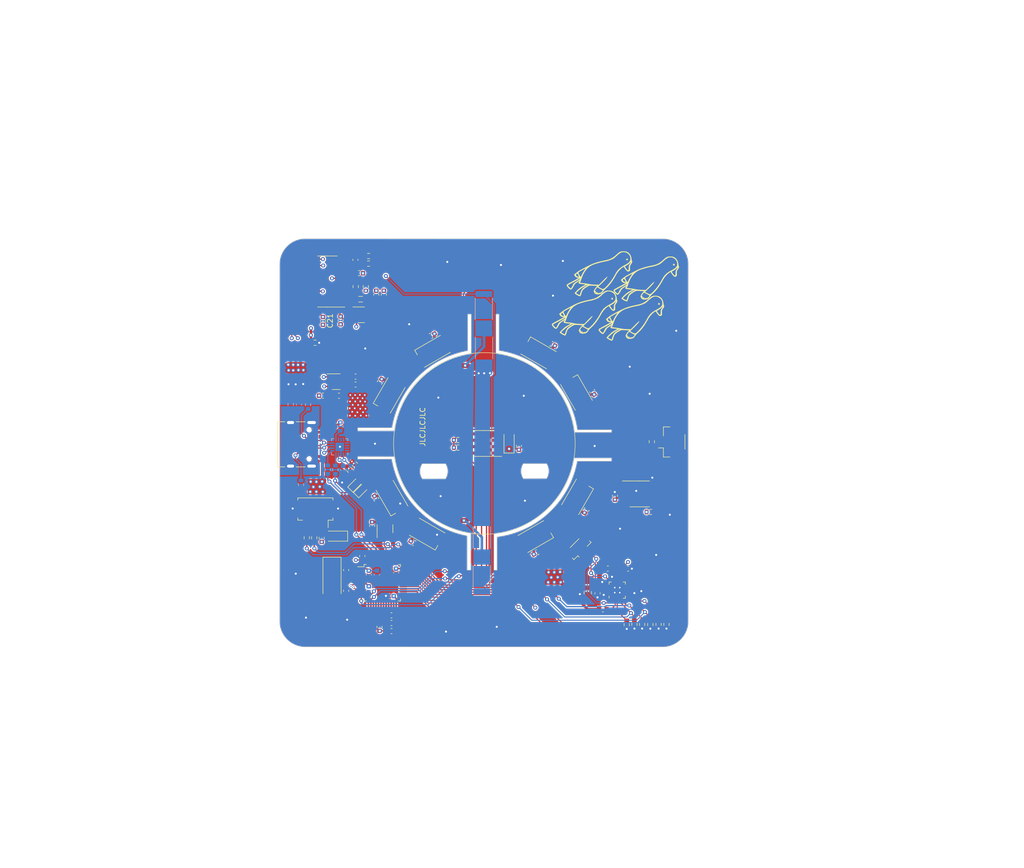
<source format=kicad_pcb>
(kicad_pcb (version 20221018) (generator pcbnew)
  (layers (0 "F.Cu" signal) (1 "In1.Cu" signal) (2 "In2.Cu" signal) (31 "B.Cu" signal) (34 "B.Paste" user) (35 "F.Paste" user) (36 "B.SilkS" user "B.Silkscreen") (37 "F.SilkS" user "F.Silkscreen") (38 "B.Mask" user) (39 "F.Mask" user) (44 "Edge.Cuts" user))
  (net 0 "")
  (net 1 "+3V3")
  (net 2 "GND")
  (net 3 "+3.3VA")
  (net 4 "/NEST")
  (net 5 "+5V")
  (net 6 "Net-(C11-Pad1)")
  (net 7 "Net-(C12-Pad1)")
  (net 8 "OSC_IN")
  (net 9 "OSC_OUT")
  (net 10 "GNDA")
  (net 11 "Net-(C24-Pad1)")
  (net 12 "Net-(C24-Pad2)")
  (net 13 "Net-(C25-Pad2)")
  (net 14 "Net-(C32-Pad2)")
  (net 15 "Net-(C37-Pad1)")
  (net 16 "RX")
  (net 17 "Net-(D1-Pad2)")
  (net 18 "TX")
  (net 19 "Net-(D2-Pad2)")
  (net 20 "/LED_DATA_5V")
  (net 21 "Net-(D3-Pad3)")
  (net 22 "Net-(D10-Pad1)")
  (net 23 "PC13")
  (net 24 "PC14")
  (net 25 "PC15")
  (net 26 "STRAIN_SCK")
  (net 27 "STRAIN_DO")
  (net 28 "PA2")
  (net 29 "PA3")
  (net 30 "MAG_CSN")
  (net 31 "MAG_CLK")
  (net 32 "MAG_DO")
  (net 33 "Net-(D4-Pad1)")
  (net 34 "TMC_UL")
  (net 35 "TMC_VL")
  (net 36 "TMC_WL")
  (net 37 "TMC_UH")
  (net 38 "TMC_VH")
  (net 39 "TMC_WH")
  (net 40 "FDCAN_RX")
  (net 41 "FDCAN_TX")
  (net 42 "SYS_JTMS-SWDIO")
  (net 43 "SYS_JTCK-SWCLK")
  (net 46 "LED_DATA_3V3")
  (net 47 "SPI1_MOSI")
  (net 50 "/USB_CC1")
  (net 51 "USB_D+")
  (net 52 "USB_D-")
  (net 54 "/USB_CC2")
  (net 56 "Net-(J4-Pad1)")
  (net 57 "Net-(J4-Pad2)")
  (net 58 "Net-(J4-Pad3)")
  (net 59 "CAN_L")
  (net 60 "CAN_H")
  (net 61 "Net-(L1-Pad1)")
  (net 62 "Net-(Q1-Pad1)")
  (net 63 "Net-(R10-Pad2)")
  (net 64 "Net-(R12-Pad1)")
  (net 65 "Net-(R13-Pad1)")
  (net 66 "VBUS")
  (net 67 "Net-(R29-Pad2)")
  (net 79 "TMC_DIAG")
  (net 81 "Net-(D12-Pad2)")
  (net 82 "Net-(J2-Pad3)")
  (net 83 "Net-(J2-Pad4)")
  (net 84 "Net-(D3-Pad1)")
  (net 85 "Net-(D4-Pad3)")
  (net 86 "Net-(D10-Pad3)")
  (net 88 "Net-(D7-Pad3)")
  (net 89 "Net-(R4-Pad2)")
  (net 90 "/STRAIN_S+b")
  (net 91 "/STRAIN_S-b")
  (net 92 "/STRAIN_S-a")
  (net 93 "/STRAIN_E+b")
  (net 94 "/STRAIN_E+a")
  (footprint "Resistor_SMD:R_0603_1608Metric" (layer "F.Cu") (at 129.75 135.8748 -90)
    (fp_text reference "R20" hide)
    (fp_text value "100k")
  )
  (footprint "Capacitor_SMD:C_0603_1608Metric" (layer "F.Cu") (at 113.3 80.25 -30)
    (fp_text reference "C33" hide)
    (fp_text value "0.1uF")
  )
  (footprint "Resistor_SMD:R_0603_1608Metric" (layer "F.Cu") (at 136.1 135.8748 -90)
    (fp_text reference "R21" hide)
    (fp_text value "100k")
  )
  (footprint "Capacitor_SMD:C_0603_1608Metric" (layer "F.Cu") (at 77.76 116.35 90)
    (fp_text reference "C40" hide)
    (fp_text value "0.1uF")
  )
  (footprint "0_3300:pad" (layer "F.Cu") (at 96.16 86.09)
    (fp_text reference "H9" hide)
    (fp_text value "MountingHole_Pad")
  )
  (footprint "Diode_SMD:D_SOD-123F" (layer "F.Cu") (at 70.7 118.375 180)
    (fp_text reference "D12" hide)
    (fp_text value "ESD9B3.3ST5G")
  )
  (footprint "Connector_USB:USB_C_Receptacle_Palconn_UTC16-G" (layer "F.Cu") (at 63.8186 100.1728 -90)
    (fp_text reference "J1" hide)
    (fp_text value "USB_C_Receptacle_USB2.0")
  )
  (footprint "LED_SMD:LED_SK6812MINI_PLCC4_3.5x3.5mm_P1.75mm" (layer "F.Cu") (at 88.671044 117.968428 -30)
    (fp_text reference "D9" hide)
    (fp_text value "SK6812SIDE-A")
  )
  (footprint "Connector_JST:JST_SUR_BM03B-SURS-TF_1x03-1MP_P0.80mm_Vertical" (layer "F.Cu") (at 118.74 120.61 45)
    (fp_text reference "J4" hide)
    (fp_text value "Conn_01x03_MountingPin")
  )
  (footprint "Resistor_SMD:R_0603_1608Metric" (layer "F.Cu") (at 134.5384 135.8748 -90)
    (fp_text reference "R23" hide)
    (fp_text value "100k")
  )
  (footprint "Resistor_SMD:R_0603_1608Metric" (layer "F.Cu") (at 76.5 68.9 -90)
    (fp_text reference "R11" hide)
    (fp_text value "8.2k")
  )
  (footprint "Diode_SMD:D_SMF" (layer "F.Cu") (at 104.9 99.625 90)
    (fp_text reference "D11" hide)
    (fp_text value "D_Schottky")
  )
  (footprint "Package_TO_SOT_SMD:SOT-23-5" (layer "F.Cu") (at 70.625 87.75)
    (fp_text reference "U1" hide)
    (fp_text value "RS3236")
  )
  (footprint "Resistor_SMD:R_0603_1608Metric" (layer "F.Cu") (at 77.04 62.85 180)
    (fp_text reference "R9" hide)
    (fp_text value "100")
  )
  (footprint "Capacitor_SMD:C_0603_1608Metric" (layer "F.Cu") (at 74.465 88.3194)
    (fp_text reference "C15" hide)
    (fp_text value "10u")
  )
  (footprint "0_3300:pad" (layer "F.Cu") (at 80.01 72.69)
    (fp_text reference "H10" hide)
    (fp_text value "MountingHole_Pad")
  )
  (footprint "Capacitor_SMD:C_0603_1608Metric" (layer "F.Cu") (at 80.075 70.505 90)
    (fp_text reference "C20" hide)
    (fp_text value "0.1uF")
  )
  (footprint "Capacitor_SMD:C_0603_1608Metric" (layer "F.Cu") (at 122.437 129.711 -90)
    (fp_text reference "C30" hide)
    (fp_text value "0.1uF")
  )
  (footprint "Capacitor_SMD:C_0603_1608Metric" (layer "F.Cu") (at 71.5 75.6 -90)
    (fp_text reference "C23" hide)
    (fp_text value "0.1uF")
  )
  (footprint "Package_TO_SOT_SMD:SOT-23-5" (layer "F.Cu") (at 80.3 116.9 90)
    (fp_text reference "U6" hide)
    (fp_text value "SN74LV1T34DBV")
  )
  (footprint "Resistor_SMD:R_0603_1608Metric" (layer "F.Cu") (at 74.5 68.9 90)
    (fp_text reference "R10" hide)
    (fp_text value "10k")
  )
  (footprint "LED_SMD:LED_0603_1608Metric" (layer "F.Cu") (at 75.625 109.2 45)
    (fp_text reference "D2" hide)
    (fp_text value "LED")
  )
  (footprint "LED_SMD:LED_0603_1608Metric" (layer "F.Cu") (at 74.475 108.1 45)
    (fp_text reference "D1" hide)
    (fp_text value "LED")
  )
  (footprint "0_3300:pad" (layer "F.Cu") (at 80 62.91)
    (fp_text reference "H6" hide)
    (fp_text value "MountingHole_Pad")
  )
  (footprint "LED_SMD:LED_SK6812MINI_PLCC4_3.5x3.5mm_P1.75mm" (layer "F.Cu") (at 81.6888 110.8408 -60)
    (fp_text reference "D7" hide)
    (fp_text value "SK6812SIDE-A")
  )
  (footprint "LOGO" (layer "F.Cu") (at 128.968584 74.449036)
    (fp_text reference "G***" hide)
    (fp_text value "LOGO" hide)
  )
  (footprint "Capacitor_SMD:C_0603_1608Metric" (layer "F.Cu") (at 71.1838 90.544 180)
    (fp_text reference "C12" hide)
    (fp_text value "10n")
  )
  (footprint "Capacitor_SMD:C_0603_1608Metric" (layer "F.Cu") (at 78.575 70.505 90)
    (fp_text reference "C17" hide)
    (fp_text value "10uF")
  )
  (footprint "Capacitor_SMD:C_0603_1608Metric" (layer "F.Cu") (at 74.4618 86.7498)
    (fp_text reference "C13" hide)
    (fp_text value "100n")
  )
  (footprint "Connector_Molex:Molex_PicoBlade_53261-0471_1x04-1MP_P1.25mm_Horizontal" (layer "F.Cu") (at 66.5 113.5 180)
    (fp_text reference "J2" hide)
    (fp_text value "Conn_01x04")
  )
  (footprint "Inductor_SMD:L_0805_2012Metric" (layer "F.Cu") (at 75.475 71.4)
    (fp_text reference "L1" hide)
    (fp_text value "3.3uH")
  )
  (footprint "Capacitor_SMD:C_0603_1608Metric" (layer "F.Cu") (at 86.1 119.75 150)
    (fp_text reference "C36" hide)
    (fp_text value "0.1uF")
  )
  (footprint "Resistor_SMD:R_0603_1608Metric" (layer "F.Cu") (at 128.226 135.9378 -90)
    (fp_text reference "R18" hide)
    (fp_text value "100k")
  )
  (footprint "Capacitor_SMD:C_0603_1608Metric" (layer "F.Cu") (at 81.5872 137.2)
    (fp_text reference "C8" hide)
    (fp_text value "1uF")
  )
  (footprint "Capacitor_SMD:C_0603_1608Metric" (layer "F.Cu") (at 123.5 132.875)
    (fp_text reference "C32" hide)
    (fp_text value "0.1uF")
  )
  (footprint "Package_SO:SOIC-8_3.9x4.9mm_P1.27mm" (layer "F.Cu") (at 130.8 110)
    (fp_text reference "U2" hide)
    (fp_text value "TJA1042T-3")
  )
  (footprint "Capacitor_SMD:C_0603_1608Metric" (layer "F.Cu") (at 75.165 66.25 180)
    (fp_text reference "C25" hide)
    (fp_text value "0.1uF")
  )
  (footprint "Capacitor_SMD:C_0603_1608Metric" (layer "F.Cu") (at 74.44 63.595 -90)
    (fp_text reference "C24" hide)
    (fp_text value "0.1uF")
  )
  (footprint "Capacitor_SMD:C_0603_1608Metric" (layer "F.Cu") (at 79.25 87.925 60)
    (fp_text reference "C34" hide)
    (fp_text value "0.1uF")
  )
  (footprint "Capacitor_SMD:C_0603_1608Metric" (layer "F.Cu") (at 75.8 122.3 90)
    (fp_text reference "C2" hide)
    (fp_text value "100nF")
  )
  (footprint "Capacitor_SMD:C_0603_1608Metric" (layer "F.Cu") (at 81.582808 134.074776)
    (fp_text reference "C6" hide)
    (fp_text value "10nF")
  )
  (footprint "Resistor_SMD:R_0603_1608Metric" (layer "F.Cu") (at 77.04 64.35)
    (fp_text reference "R8" hide)
    (fp_text value "100")
  )
  (footprint "Modified:QFN-20-1EP_3x3mm_P0.4mm_EP1.65x1.65mm_ThermalVias_LargerViaHoles" (layer "F.Cu") (at 126.342 129.078 90)
    (fp_text reference "U7" hide)
    (fp_text value "TMC6300")
  )
  (footprint "LED_SMD:LED_SK6812MINI_PLCC4_3.5x3.5mm_P1.75mm" (layer "F.Cu") (at 110.7464 82.0372 150)
    (fp_text reference "D6" hide)
    (fp_text value "SK6812SIDE-A")
  )
  (footprint "Capacitor_SMD:C_0603_1608Metric" (layer "F.Cu") (at 121.375 89.625 -60)
    (fp_text reference "C29" hide)
    (fp_text value "0.1uF")
  )
  (footprint "Resistor_SMD:R_0603_1608Metric" (layer "F.Cu") (at 74.35 104.15 135)
    (fp_text reference "R17" hide)
    (fp_text value "R")
  )
  (footprint "Resistor_SMD:R_0603_1608Metric" (layer "F.Cu") (at 73.25 105.225 135)
    (fp_text reference "R16" hide)
    (fp_text value "R")
  )
  (footprint "Crystal:Crystal_SMD_5032-2Pin_5.0x3.2mm_HandSoldering" (layer "F.Cu") (at 69.8 127.1 -90)
    (fp_text reference "Y1" hide)
    (fp_text value "8Mhz 20pf ")
  )
  (footprint "LED_SMD:LED_SK6812MINI_PLCC4_3.5x3.5mm_P1.75mm" (layer "F.Cu") (at 81.13 90.47 -120)
    (fp_text reference "D5" hide)
    (fp_text value "SK6812SIDE-A")
  )
  (footprint "LOGO" (layer "F.Cu") (at 122.64 65.63)
    (fp_text reference "G***" hide)
    (fp_text value "LOGO" hide)
  )
  (footprint "Package_SO:SOIC-16_3.9x9.9mm_P1.27mm" (layer "F.Cu") (at 68.9 67.9 180)
    (fp_text reference "U5" hide)
    (fp_text value "HX711")
  )
  (footprint "Capacitor_SMD:C_0603_1608Metric" (layer "F.Cu") (at 125.8886 110.373201 90)
    (fp_text reference "C18" hide)
    (fp_text value "100nF")
  )
  (footprint "Package_QFP:LQFP-48_7x7mm_P0.5mm" (layer "F.Cu") (at 79.7584 127.6048)
    (fp_text reference "IC1" hide)
    (fp_text value "STM32G431CBT6")
  )
  (footprint "Capacitor_SMD:C_0603_1608Metric" (layer "F.Cu") (at 110.475 121.575 -150)
    (fp_text reference "C39" hide)
    (fp_text value "0.1uF")
  )
  (footprint "LED_SMD:LED_SK6812MINI_PLCC4_3.5x3.5mm_P1.75mm" (layer "F.Cu") (at 118.257628 89.899956 120)
    (fp_text reference "D4" hide)
    (fp_text value "SK6812SIDE-A")
  )
  (footprint "Capacitor_SMD:C_0603_1608Metric" (layer "F.Cu") (at 120.275 113.1 60)
    (fp_text reference "C28" hide)
    (fp_text value "0.1uF")
  )
  (footprint "Capacitor_SMD:C_0603_1608Metric" (layer "F.Cu") (at 124.475 124.8 180)
    (fp_text reference "C37" hide)
    (fp_text value "0.1uF")
  )
  (footprint "LOGO" (layer "F.Cu") (at 119.689292 73.414518)
    (fp_text reference "G***" hide)
    (fp_text value "LOGO" hide)
  )
  (footprint "Capacitor_SMD:C_0603_1608Metric" (layer "F.Cu") (at 68 75.7 -90)
    (fp_text reference "C21")
    (fp_text value "10uF")
  )
  (footprint "LED_SMD:LED_SK6812MINI_PLCC4_3.5x3.5mm_P1.75mm" (layer "F.Cu") (at 89.7152 81.7324 -150)
    (fp_text reference "D3" hide)
    (fp_text value "SK6812SIDE-A")
  )
  (footprint "Capacitor_SMD:C_0603_1608Metric" (layer "F.Cu") (at 106.85 100.475 90)
    (fp_text reference "C19" hide)
    (fp_text value "0.1uF")
  )
  (footprint "Resistor_SMD:R_0603_1608Metric" (layer "F.Cu") (at 132.98 113.58)
    (fp_text reference "R29" hide)
    (fp_text value "0")
  )
  (footprint "Capacitor_SMD:C_0603_1608Metric" (layer "F.Cu") (at 89.425 78.65 30)
    (fp_text reference "C35" hide)
    (fp_text value "0.1uF")
  )
  (footprint "0_3300:pad" (layer "F.Cu") (at 96.19 84.56)
    (fp_text reference "H8" hide)
    (fp_text value "MountingHole_Pad")
  )
  (footprint "Resistor_SMD:R_0603_1608Metric" (layer "F.Cu") (at 131.274 135.8748 -90)
    (fp_text reference "R22" hide)
    (fp_text value "100k")
  )
  (footprint "Inductor_SMD:L_0603_1608Metric" (layer "F.Cu") (at 79.216411 136.37186 -90)
    (fp_text reference "FB1" hide)
    (fp_text value "120R")
  )
  (footprint "Resistor_SMD:R_0603_1608Metric" (layer "F.Cu") (at 133.2 99.66 -90)
    (fp_text reference "R25" hide)
    (fp_text value "120")
  )
  (footprint "Resistor_SMD:R_0603_1608Metric" (layer "F.Cu") (at 94.775 100.825 180)
    (fp_text reference "R14" hide)
    (fp_text value "2.2k")
  )
  (footprint "0_3300:pad" (layer "F.Cu") (at 80.04 64.39)
    (fp_text reference "H7" hide)
    (fp_text value "MountingHole_Pad" hide)
  )
  (footprint "Capacitor_SMD:C_0805_2012Metric" (layer "F.Cu") (at 120.5 129.586 -90)
    (fp_text reference "C27" hide)
    (fp_text value "22uF")
  )
  (footprint "Package_TO_SOT_SMD:SOT-23" (layer "F.Cu") (at 75.6 74.5)
    (fp_text reference "Q1" hide)
    (fp_text value "MMBT4403")
  )
  (footprint "Capacitor_SMD:C_0603_1608Metric" (layer "F.Cu") (at 72.6 125.1 90)
    (fp_text reference "C14" hide)
    (fp_text value "20p")
  )
  (footprint "Inductor_SMD:L_0603_1608Metric" (layer "F.Cu") (at 67.75 118.724999 90)
    (fp_text reference "L2" hide)
    (fp_text value "L_Ferrite")
  )
  (footprint "Capacitor_SMD:C_0603_1608Metric" (layer "F.Cu") (at 78.6 111.1 120)
    (fp_text reference "C38" hide)
    (fp_text value "0.1uF")
  )
  (footprint "Resistor_SMD:R_0603_1608Metric" (layer "F.Cu") (at 132.9 135.9 -90)
    (fp_text reference "R19" hide)
    (fp_text value "100k")
  )
  (footprint "Package_SO:SOIC-8_3.9x4.9mm_P1.27mm" (layer "F.Cu") (at 100 100 180)
    (fp_text reference "U4" hide)
    (fp_text value "MT6701-CT")
  )
  (footprint "LOGO" (layer "F.Cu") (at 131.919292 66.664518)
    (fp_text reference "G***" hide)
    (fp_text value "LOGO" hide)
  )
  (footprint "Resistor_SMD:R_0603_1608Metric" (layer "F.Cu") (at 64.799999 118.7 90)
    (fp_text reference "R30" hide)
    (fp_text value "100")
  )
  (footprint "0_3300:pad" (layer "F.Cu") (at 95.94 115.28)
    (fp_text reference "H5" hide)
    (fp_text value "MountingHole_Pad")
  )
  (footprint "0_RM2023:GH_1x02" (layer "F.Cu") (at 137.429 99.624 90)
    (fp_text reference "J5" hide)
    (fp_text value "Conn_01x02")
  )
  (footprint "LED_SMD:LED_SK6812MINI_PLCC4_3.5x3.5mm_P1.75mm" (layer "F.Cu") (at 118.468 110.586798 60)
    (fp_text reference "D8" hide)
    (fp_text value "SK6812SIDE-A")
  )
  (footprint "Capacitor_SMD:C_0603_1608Metric" (layer "F.Cu") (at 68 90.525)
    (fp_text reference "C10" hide)
    (fp_text value "10u")
  )
  (footprint "Capacitor_SMD:C_0603_1608Metric" (layer "F.Cu") (at 81.573622 135.6)
    (fp_text reference "C7" hide)
    (fp_text value "1uF")
  )
  (footprint "Resistor_SMD:R_0603_1608Metric" (layer "F.Cu") (at 66.44 80.04)
    (fp_text reference "R24" hide)
    (fp_text value "0")
  )
  (footprint "Capacitor_SMD:C_0603_1608Metric" (layer "F.Cu") (at 128.5 124.8)
    (fp_text reference "C31" hide)
    (fp_text value "0.1uF")
  )
  (footprint "0_3300:solder_spot" (layer "F.Cu") (at 62.65 85)
    (fp_text reference "H3" hide)
    (fp_text value "MountingHole")
  )
  (footprint "0_3300:solder_spot" (layer "F.Cu") (at 62.65 88.28)
    (fp_text reference "H4" hide)
    (fp_text value "MountingHole")
  )
  (footprint "Resistor_SMD:R_0603_1608Metric" (layer "F.Cu") (at 66.275 118.7 90)
    (fp_text reference "R31" hide)
    (fp_text value "100")
  )
  (footprint "Capacitor_SMD:C_0603_1608Metric" (layer "F.Cu") (at 72.6 129.2 -90)
    (fp_text reference "C16" hide)
    (fp_text value "20p")
  )
  (footprint "Resistor_SMD:R_0603_1608Metric" (layer "F.Cu") (at 94.775 99.325 180)
    (fp_text reference "R15" hide)
    (fp_text value "2.2k")
  )
  (footprint "LED_SMD:LED_SK6812MINI_PLCC4_3.5x3.5mm_P1.75mm" (layer "F.Cu") (at 110.1876 118.4608 30)
    (fp_text reference "D10" hide)
    (fp_text value "SK6812SIDE-A")
  )
  (footprint "Capacitor_SMD:C_0603_1608Metric" (layer "B.Cu") (at 72.01 105.23 -90)
    (fp_text reference "C22" hide)
    (fp_text value "100nF")
  )
  (footprint "Capacitor_SMD:C_0603_1608Metric" (layer "B.Cu") (at 63.25 92.3 90)
    (fp_text reference "C11" hide)
    (fp_text value "100nF")
  )
  (footprint "Resistor_SMD:R_0603_1608Metric" (layer "B.Cu") (at 68.96 105.19 -90)
    (fp_text reference "R12" hide)
    (fp_text value "330")
  )
  (footprint "Capacitor_SMD:C_0603_1608Metric" (layer "B.Cu") (at 77.1 126 -90)
    (fp_text reference "C5" hide)
    (fp_text value "4.7uF")
  )
  (footprint "Resistor_SMD:R_0603_1608Metric" (layer "B.Cu") (at 61.6 92.25 90)
    (fp_text reference "R1" hide)
    (fp_text value "2.3k")
  )
  (footprint "Resistor_SMD:R_2512_6332Metric" (layer "B.Cu") (at 99.89 73.34 -90)
    (fp_text reference "R7" hide)
    (fp_text value "330")
  )
  (footprint "Capacitor_SMD:C_0603_1608Metric" (layer "B.Cu") (at 78.7 126 -90)
    (fp_text reference "C3" hide)
    (fp_text value "100nF")
  )
  (footprint "Resistor_SMD:R_2512_6332Metric" (layer "B.Cu") (at 99.94 81.06 -90)
    (fp_text reference "R6" hide)
    (fp_text value "330")
  )
  (footprint "Resistor_SMD:R_0603_1608Metric" (layer "B.Cu") (at 65.05 92.325 90)
    (fp_text reference "R3" hide)
    (fp_text value "5.1k")
  )
  (footprint "Resistor_SMD:R_0603_1608Metric" (layer "B.Cu") (at 71.45 96.65 -90)
    (fp_text reference "R27" hide)
    (fp_text value "100")
  )
  (footprint "Capacitor_SMD:C_0603_1608Metric" (layer "B.Cu") (at 82.5 125.6 -90)
    (fp_text reference "C1" hide)
    (fp_text value "100nF")
  )
  (footprint "Resistor_SMD:R_2512_6332Metric" (layer "B.Cu") (at 99.49 126.35 -90)
    (fp_text reference "R5" hide)
    (fp_text value "330")
  )
  (footprint "Capacitor_SMD:C_0603_1608Metric" (layer "B.Cu") (at 81.2316 130.2464 180)
    (fp_text reference "C4" hide)
    (fp_text value "100nF")
  )
  (footprint "Package_DFN_QFN:QFN-16-1EP_3x3mm_P0.5mm_EP1.7x1.7mm" (layer "B.Cu") (at 71.325 100.675 90)
    (fp_text reference "U3" hide)
    (fp_text value "ch343p")
  )
  (footprint "Resistor_SMD:R_2512_6332Metric" (layer "B.Cu") (at 99.5 118.664 -90)
    (fp_text reference "R4" hide)
    (fp_text value "330")
  )
  (footprint "Capacitor_SMD:C_0603_1608Metric" (layer "B.Cu") (at 73.58 105.22 -90)
    (fp_text reference "C26" hide)
    (fp_text value "100nF")
  )
  (footprint "Resistor_SMD:R_0603_1608Metric" (layer "B.Cu") (at 63.65 108.15 -90)
    (fp_text reference "R2" hide)
    (fp_text value "5.1k")
  )
  (footprint "Resistor_SMD:R_0603_1608Metric" (layer "B.Cu") (at 70.46 105.21 -90)
    (fp_text reference "R13" hide)
    (fp_text value "330")
  )
  (footprint "Capacitor_SMD:C_0603_1608Metric" (layer "B.Cu") (at 77.1 129.1 -90)
    (fp_text reference "C9" hide)
    (fp_text value "100nF")
  )
  (gr_circle (center 100 100) (end 118 100) (stroke (width 0.1)) (fill none) (layer "F.SilkS"))
  (gr_arc (start 112.325 104) (mid 112.759116 105.475) (end 112.325 106.95) (stroke (width 0.1)) (layer "Edge.Cuts"))
  (gr_line (start 59.420461 64.472902) (end 59.414533 135.279558) (stroke (width 0.1)) (layer "Edge.Cuts"))
  (gr_line (start 87.700001 106.999999) (end 92.3 106.9875) (stroke (width 0.1)) (layer "Edge.Cuts"))
  (gr_line (start 101.9 117.911843) (end 101.9 125.1) (stroke (width 0.1)) (layer "Edge.Cuts"))
  (gr_line (start 125.2 97.3) (end 125.2 97.8) (stroke (width 0.1)) (layer "Edge.Cuts"))
  (gr_arc (start 96.6 118.299999) (mid 86.745863 113.033049) (end 81.64414 103.092365) (stroke (width 0.1)) (layer "Edge.Cuts"))
  (gr_line (start 97.3 125.1) (end 97.3 117.8) (stroke (width 0.1)) (layer "Edge.Cuts"))
  (gr_arc (start 82.200001 97.1) (mid 87.337097 87.11663) (end 97.40764 82.152601) (stroke (width 0.1)) (layer "Edge.Cuts"))
  (gr_line (start 97.4 74.4) (end 97.40764 82.152601) (stroke (width 0.1)) (layer "Edge.Cuts"))
  (gr_line (start 117.799999 102.9) (end 125.2 102.9) (stroke (width 0.1)) (layer "Edge.Cuts"))
  (gr_line (start 74.9 103.1) (end 81.64414 103.092365) (stroke (width 0.1)) (layer "Edge.Cuts"))
  (gr_arc (start 107.725001 106.962499) (mid 107.295359 105.48125) (end 107.725 104) (stroke (width 0.1)) (layer "Edge.Cuts"))
  (gr_line (start 125.2 103.5) (end 118.4 103.5) (stroke (width 0.1)) (layer "Edge.Cuts"))
  (gr_line (start 87.7 104.031) (end 92.3 104.031) (stroke (width 0.1)) (layer "Edge.Cuts"))
  (gr_line (start 64.472902 140.329539) (end 135.379558 140.335467) (stroke (width 0.1)) (layer "Edge.Cuts"))
  (gr_arc (start 81.7 96.9) (mid 86.780457 86.888837) (end 96.7 81.631737) (stroke (width 0.1)) (layer "Edge.Cuts"))
  (gr_line (start 102.3 82.1) (end 102.3 74.4) (stroke (width 0.1)) (layer "Edge.Cuts"))
  (gr_arc (start 102.9 81.6) (mid 113.265394 86.884532) (end 118.430867 97.309769) (stroke (width 0.1)) (layer "Edge.Cuts"))
  (gr_line (start 96.6 118.299999) (end 96.6 125.1) (stroke (width 0.1)) (layer "Edge.Cuts"))
  (gr_line (start 140.429539 135.277098) (end 140.435467 64.470442) (stroke (width 0.1)) (layer "Edge.Cuts"))
  (gr_line (start 101.9 125.1) (end 102.5 125.1) (stroke (width 0.1)) (layer "Edge.Cuts"))
  (gr_line (start 125.2 102.9) (end 125.2 103.5) (stroke (width 0.1)) (layer "Edge.Cuts"))
  (gr_arc (start 135.377098 59.420461) (mid 138.95 60.9) (end 140.435467 64.470442) (stroke (width 0.1)) (layer "Edge.Cuts"))
  (gr_line (start 102.5 125.1) (end 102.502264 118.518012) (stroke (width 0.1)) (layer "Edge.Cuts"))
  (gr_line (start 135.377098 59.420461) (end 64.470442 59.414533) (stroke (width 0.1)) (layer "Edge.Cuts"))
  (gr_arc (start 64.472902 140.329539) (mid 60.9 138.85) (end 59.414533 135.279558) (stroke (width 0.1)) (layer "Edge.Cuts"))
  (gr_line (start 96.6 125.1) (end 97.3 125.1) (stroke (width 0.1)) (layer "Edge.Cuts"))
  (gr_line (start 96.7 74.4) (end 97.4 74.4) (stroke (width 0.1)) (layer "Edge.Cuts"))
  (gr_line (start 82.1385 102.608983) (end 74.9 102.6) (stroke (width 0.1)) (layer "Edge.Cuts"))
  (gr_arc (start 59.420461 64.472902) (mid 60.9 60.9) (end 64.470442 59.414533) (stroke (width 0.1)) (layer "Edge.Cuts"))
  (gr_arc (start 87.700001 106.999999) (mid 87.250774 105.5155) (end 87.7 104.031) (stroke (width 0.1)) (layer "Edge.Cuts"))
  (gr_line (start 118.430867 97.309769) (end 125.2 97.3) (stroke (width 0.1)) (layer "Edge.Cuts"))
  (gr_arc (start 117.799999 102.9) (mid 112.390056 113.096257) (end 101.9 117.911843) (stroke (width 0.1)) (layer "Edge.Cuts"))
  (gr_line (start 82.2 97.5) (end 82.200001 97.1) (stroke (width 0.1)) (layer "Edge.Cuts"))
  (gr_line (start 107.725 104) (end 112.325 104) (stroke (width 0.1)) (layer "Edge.Cuts"))
  (gr_line (start 102.3 74.4) (end 102.9 74.4) (stroke (width 0.1)) (layer "Edge.Cuts"))
  (gr_line (start 102.9 74.4) (end 102.9 81.6) (stroke (width 0.1)) (layer "Edge.Cuts"))
  (gr_arc (start 102.3 82.1) (mid 112.796313 87.27387) (end 117.912378 97.798479) (stroke (width 0.1)) (layer "Edge.Cuts"))
  (gr_line (start 96.7 81.631737) (end 96.7 74.4) (stroke (width 0.1)) (layer "Edge.Cuts"))
  (gr_line (start 74.9 96.9) (end 74.9 97.5) (stroke (width 0.1)) (layer "Edge.Cuts"))
  (gr_arc (start 97.3 117.8) (mid 87.204776 112.714079) (end 82.1385 102.608983) (stroke (width 0.1)) (layer "Edge.Cuts"))
  (gr_line (start 107.725001 106.962499) (end 112.325 106.95) (stroke (width 0.1)) (layer "Edge.Cuts"))
  (gr_line (start 74.9 97.5) (end 82.2 97.5) (stroke (width 0.1)) (layer "Edge.Cuts"))
  (gr_arc (start 140.429539 135.277098) (mid 138.95 138.85) (end 135.379558 140.335467) (stroke (width 0.1)) (layer "Edge.Cuts"))
  (gr_arc (start 118.4 103.5) (mid 112.905925 113.607596) (end 102.502264 118.518012) (stroke (width 0.1)) (layer "Edge.Cuts"))
  (gr_line (start 125.2 97.8) (end 117.912378 97.798479) (stroke (width 0.1)) (layer "Edge.Cuts"))
  (gr_line (start 74.9 102.6) (end 74.9 103.1) (stroke (width 0.1)) (layer "Edge.Cuts"))
  (gr_line (start 81.7 96.9) (end 74.9 96.9) (stroke (width 0.1)) (layer "Edge.Cuts"))
  (gr_arc (start 92.3 104.031) (mid 92.731478 105.50925) (end 92.3 106.9875) (stroke (width 0.1)) (layer "Edge.Cuts"))
  (gr_text "JLCJLCJLC\n" (at 87.76 96.71 90) (layer "F.SilkS") (effects (font (size 1 1))))
  (segment (start 72.125 75.45) (end 71.5 74.825) (width 0.25) (layer "F.Cu") (net 1))
  (segment (start 75.8 123.075) (end 76.6411 123.075) (width 0.2) (layer "F.Cu") (net 1))
  (segment (start 79.28064 137.15936) (end 80.7751 137.15936) (width 0.25) (layer "F.Cu") (net 1))
  (segment (start 74.6625 75.45) (end 74.6625 76.7875) (width 0.25) (layer "F.Cu") (net 1))
  (segment (start 66.425 72.345) (end 66.425 71.075) (width 0.2) (layer "F.Cu") (net 1))
  (segment (start 80.5084 132.569806) (end 78.416891 134.661315) (width 0.25) (layer "F.Cu") (net 1))
  (segment (start 107.64952 98.925498) (end 105.924511 97.200489) (width 0.25) (layer "F.Cu") (net 1))
  (segment (start 104.9 101.075) (end 106.675 101.075) (width 0.25) (layer "F.Cu") (net 1))
  (segment (start 107.64952 100.45048) (end 107.64952 98.925498) (width 0.25) (layer "F.Cu") (net 1))
  (segment (start 127.725 124.8) (end 127.725 124.255) (width 0.2) (layer "F.Cu") (net 1))
  (segment (start 127.725 124.255) (end 128.48 123.5) (width 0.2) (layer "F.Cu") (net 1))
  (segment (start 73.741637 103.566637) (end 72.666637 104.641637) (width 0.25) (layer "F.Cu") (net 1))
  (segment (start 71.375 72.345) (end 71.375 74.7) (width 0.25) (layer "F.Cu") (net 1))
  (segment (start 66.425 73.35) (end 66.425 72.345) (width 0.2) (layer "F.Cu") (net 1))
  (segment (start 80.5084 131.7673) (end 80.5084 132.569806) (width 0.25) (layer "F.Cu") (net 1))
  (segment (start 105.924511 97.200489) (end 96.074511 97.200489) (width 0.25) (layer "F.Cu") (net 1))
  (segment (start 74.52 123.1) (end 75.775 123.1) (width 0.2) (layer "F.Cu") (net 1))
  (segment (start 76.7548 124.8548) (end 77.1 125.2) (width 0.25) (layer "F.Cu") (net 1))
  (segment (start 96.074511 97.200489) (end 93.95 99.325) (width 0.25) (layer "F.Cu") (net 1))
  (segment (start 75.5959 124.8548) (end 76.7548 124.8548) (width 0.25) (layer "F.Cu") (net 1))
  (segment (start 82.5 124.8) (end 83.8661 124.8) (width 0.25) (layer "F.Cu") (net 1))
  (segment (start 102.475 101.905) (end 102.475 100.635) (width 0.25) (layer "F.Cu") (net 1))
  (segment (start 102.475 100.635) (end 102.915 101.075) (width 0.25) (layer "F.Cu") (net 1))
  (segment (start 68 74.925) (end 66.425 73.35) (width 0.2) (layer "F.Cu") (net 1))
  (segment (start 127.142 125.383) (end 127.725 124.8) (width 0.2) (layer "F.Cu") (net 1))
  (segment (start 74.6625 76.7875) (end 74.61 76.84) (width 0.25) (layer "F.Cu") (net 1))
  (segment (start 74.6625 75.45) (end 72.125 75.45) (width 0.25) (layer "F.Cu") (net 1))
  (segment (start 78.416891 136.35984) (end 79.216411 137.15936) (width 0.25) (layer "F.Cu") (net 1))
  (segment (start 127.142 127.628) (end 127.142 125.383) (width 0.2) (layer "F.Cu") (net 1))
  (segment (start 93.95 99.325) (end 93.95 100.825) (width 0.25) (layer "F.Cu") (net 1))
  (segment (start 102.915 101.075) (end 104.9 101.075) (width 0.25) (layer "F.Cu") (net 1))
  (segment (start 106.85 101.25) (end 107.64952 100.45048) (width 0.25) (layer "F.Cu") (net 1))
  (segment (start 82.035 130.235) (end 82.5084 130.7084) (width 0.25) (layer "F.Cu") (net 1))
  (segment (start 82.5084 130.7084) (end 82.5084 131.7673) (width 0.25) (layer "F.Cu") (net 1))
  (segment (start 78.416891 134.661315) (end 78.416891 136.35984) (width 0.25) (layer "F.Cu") (net 1))
  (segment (start 76.6411 123.075) (end 77.0084 123.4423) (width 0.2) (layer "F.Cu") (net 1))
  (via (at 74.3 93.025) (size 0.5) (drill 0.3) (layers "F.Cu" "B.Cu") (net 1))
  (via (at 76.425 93.125) (size 0.5) (drill 0.3) (layers "F.Cu" "B.Cu") (net 1))
  (via (at 74.52 123.1) (size 0.8) (drill 0.4) (layers "F.Cu" "B.Cu") (net 1))
  (via (at 73.375 91.675) (size 0.5) (drill 0.3) (layers "F.Cu" "B.Cu") (net 1))
  (via (at 67.76 119.53) (size 0.8) (drill 0.4) (layers "F.Cu" "B.Cu") (net 1))
  (via (at 75.875 92.425) (size 0.5) (drill 0.3) (layers "F.Cu" "B.Cu") (net 1))
  (via (at 128.48 123.5) (size 0.8) (drill 0.4) (layers "F.Cu" "B.Cu") (net 1))
  (via (at 82.5 124.8) (size 0.8) (drill 0.4) (layers "F.Cu" "B.Cu") (net 1))
  (via (at 73.425 90.4) (size 0.5) (drill 0.3) (layers "F.Cu" "B.Cu") (net 1))
  (via (at 73.3 93.025) (size 0.5) (drill 0.3) (layers "F.Cu" "B.Cu") (net 1))
  (via (at 74.4 94.5) (size 0.5) (drill 0.3) (layers "F.Cu" "B.Cu") (net 1))
  (via (at 73.35 94.475) (size 0.5) (drill 0.3) (layers "F.Cu" "B.Cu") (net 1))
  (via (at 82.035 130.235) (size 0.8) (drill 0.4) (layers "F.Cu" "B.Cu") (net 1))
  (via (at 74.61 76.84) (size 0.8) (drill 0.4) (layers "F.Cu" "B.Cu") (net 1))
  (via (at 75.5 94.475) (size 0.5) (drill 0.3) (layers "F.Cu" "B.Cu") (net 1))
  (via (at 104.9 101.075) (size 0.8) (drill 0.4) (layers "F.Cu" "B.Cu") (net 1))
  (via (at 106.85 101.25) (size 0.8) (drill 0.4) (layers "F.Cu" "B.Cu") (net 1))
  (via (at 71.5 74.825) (size 0.8) (drill 0.4) (layers "F.Cu" "B.Cu") (net 1))
  (via (at 73.9 92.35) (size 0.5) (drill 0.3) (layers "F.Cu" "B.Cu") (net 1))
  (via (at 93.95 100.825) (size 0.8) (drill 0.4) (layers "F.Cu" "B.Cu") (net 1))
  (via (at 74.825 93.825) (size 0.5) (drill 0.3) (layers "F.Cu" "B.Cu") (net 1))
  (via (at 75.85 91.025) (size 0.5) (drill 0.3) (layers "F.Cu" "B.Cu") (net 1))
  (via (at 93.95 99.325) (size 0.8) (drill 0.4) (layers "F.Cu" "B.Cu") (net 1))
  (via (at 74.375 90.4) (size 0.5) (drill 0.3) (layers "F.Cu" "B.Cu") (net 1))
  (via (at 77.1 125.225) (size 0.8) (drill 0.4) (layers "F.Cu" "B.Cu") (net 1))
  (via (at 68 74.925) (size 0.8) (drill 0.4) (layers "F.Cu" "B.Cu") (net 1))
  (via (at 73.8 93.725) (size 0.5) (drill 0.3) (layers "F.Cu" "B.Cu") (net 1))
  (via (at 73.875 91) (size 0.5) (drill 0.3) (layers "F.Cu" "B.Cu") (net 1))
  (via (at 73.741637 103.566637) (size 0.45) (drill 0.3) (layers "F.Cu" "B.Cu") (net 1))
  (via (at 74.4 91.675) (size 0.5) (drill 0.3) (layers "F.Cu" "B.Cu") (net 1))
  (via (at 76.6 94.475) (size 0.5) (drill 0.3) (layers "F.Cu" "B.Cu") (net 1))
  (via (at 76.297841 90.399797) (size 0.5) (drill 0.3) (layers "F.Cu" "B.Cu") (net 1))
  (via (at 74.975 92.375) (size 0.5) (drill 0.3) (layers "F.Cu" "B.Cu") (net 1))
  (via (at 132.15 113.59) (size 0.8) (drill 0.4) (layers "F.Cu" "B.Cu") (net 1))
  (via (at 71.2995 103.27) (size 0.8) (drill 0.4) (layers "F.Cu" "B.Cu") (net 1))
  (via (at 74.875 91) (size 0.5) (drill 0.3) (layers "F.Cu" "B.Cu") (net 1))
  (via (at 75.946757 93.79932) (size 0.5) (drill 0.3) (layers "F.Cu" "B.Cu") (net 1))
  (via (at 75.325 90.375) (size 0.5) (drill 0.3) (layers "F.Cu" "B.Cu") (net 1))
  (via (at 75.4 91.65) (size 0.5) (drill 0.3) (layers "F.Cu" "B.Cu") (net 1))
  (via (at 68.2555 101.832933) (size 0.8) (drill 0.4) (layers "F.Cu" "B.Cu") (net 1))
  (via (at 76.35 91.7) (size 0.5) (drill 0.3) (layers "F.Cu" "B.Cu") (net 1))
  (via (at 79.28064 137.15936) (size 0.8) (drill 0.4) (layers "F.Cu" "B.Cu") (net 1))
  (via (at 72.23 103.27) (size 0.8) (drill 0.4) (layers "F.Cu" "B.Cu") (net 1))
  (via (at 75.4 93.125) (size 0.5) (drill 0.3) (layers "F.Cu" "B.Cu") (net 1))
  (segment (start 68.494739 101.832933) (end 69.402672 100.925) (width 0.25) (layer "B.Cu") (net 1))
  (segment (start 71.075 103.0455) (end 71.075 102.1375) (width 0.2) (layer "B.Cu") (net 1))
  (segment (start 68.2555 101.832933) (end 68.494739 101.832933) (width 0.25) (layer "B.Cu") (net 1))
  (segment (start 71.2995 103.27) (end 72.01 103.9805) (width 0.2) (layer "B.Cu") (net 1))
  (segment (start 72.075 103.115) (end 72.075 102.1375) (width 0.25) (layer "B.Cu") (net 1))
  (segment (start 72.23 103.27) (end 73.405 104.445) (width 0.2) (layer "B.Cu") (net 1))
  (segment (start 71.2995 103.27) (end 71.075 103.0455) (width 0.2) (layer "B.Cu") (net 1))
  (segment (start 78.7 125.225) (end 77.1 125.225) (width 0.25) (layer "B.Cu") (net 1))
  (segment (start 69.402672 100.925) (end 69.8625 100.925) (width 0.25) (layer "B.Cu") (net 1))
  (segment (start 72.01 103.9805) (end 72.01 104.455) (width 0.2) (layer "B.Cu") (net 1))
  (segment (start 72.23 103.27) (end 72.075 103.115) (width 0.25) (layer "B.Cu") (net 1))
  (segment (start 133.275 106.795) (end 133.275 108.095) (width 0.25) (layer "F.Cu") (net 2))
  (segment (start 82.0084 131.7673) (end 82.0084 132.569806) (width 0.25) (layer "F.Cu") (net 2))
  (segment (start 133.29 106.78) (end 133.275 106.795) (width 0.25) (layer "F.Cu") (net 2))
  (segment (start 130.065 109.365) (end 130.1 109.4) (width 0.25) (layer "F.Cu") (net 2))
  (segment (start 126.342 129.85348) (end 126.847131 129.85348) (width 0.25) (layer "F.Cu") (net 2))
  (segment (start 131.115 129.275) (end 130.518 128.678) (width 0.2) (layer "F.Cu") (net 2))
  (segment (start 124.178 128.278) (end 123.3625 127.4625) (width 0.2) (layer "F.Cu") (net 2))
  (segment (start 120.5 130.536) (end 119.596 130.536) (width 0.2) (layer "F.Cu") (net 2))
  (segment (start 124.892 128.278) (end 124.178 128.278) (width 0.2) (layer "F.Cu") (net 2))
  (segment (start 129.148 129.078) (end 127.792 129.078) (width 0.2) (layer "F.Cu") (net 2))
  (segment (start 129.74 129.67) (end 129.148 129.078) (width 0.2) (layer "F.Cu") (net 2))
  (segment (start 80.0084 131.7673) (end 80.0084 130.6916) (width 0.25) (layer "F.Cu") (net 2))
  (segment (start 80.49 130.21) (end 80.5 130.2) (width 0.25) (layer "F.Cu") (net 2))
  (segment (start 102.475 98.095) (end 104.82 98.095) (width 0.25) (layer "F.Cu") (net 2))
  (segment (start 82.3 132.861406) (end 82.3 133.745108) (width 0.25) (layer "F.Cu") (net 2))
  (segment (start 119.596 130.536) (end 118.93 129.87) (width 0.2) (layer "F.Cu") (net 2))
  (segment (start 82.0084 132.569806) (end 82.3 132.861406) (width 0.25) (layer "F.Cu") (net 2))
  (segment (start 125.942 127.072) (end 125.3 126.43) (width 0.2) (layer "F.Cu") (net 2))
  (segment (start 124.892 129.878) (end 123.802 129.878) (width 0.2) (layer "F.Cu") (net 2))
  (segment (start 106.85 99.7) (end 105.325 98.175) (width 0.25) (layer "F.Cu") (net 2))
  (segment (start 80.0084 130.6916) (end 80.49 130.21) (width 0.25) (layer "F.Cu") (net 2))
  (segment (start 126.342 129.078) (end 126.342 129.85348) (width 0.25) (layer "F.Cu") (net 2))
  (segment (start 130.518 128.678) (end 127.792 128.678) (width 0.2) (layer "F.Cu") (net 2))
  (segment (start 128.325 109.365) (end 130.065 109.365) (width 0.5) (layer "F.Cu") (net 2))
  (segment (start 75.2368 86.7498) (end 75.2368 88.3162) (width 0.25) (layer "F.Cu") (net 2))
  (segment (start 123.802 129.878) (end 123.66 130.02) (width 0.2) (layer "F.Cu") (net 2))
  (segment (start 125.942 127.628) (end 125.942 127.072) (width 0.2) (layer "F.Cu") (net 2))
  (via (at 130.1 109.4) (size 0.8) (drill 0.4) (layers "F.Cu" "B.Cu") (net 2))
  (via (at 107.81 90.55) (size 0.8) (drill 0.4) (layers "F.Cu" "B.Cu") (net 2))
  (via (at 132.77 90.15) (size 0.8) (drill 0.4) (layers "F.Cu" "B.Cu") (net 2))
  (via (at 113.6 70.7) (size 0.8) (drill 0.4) (layers "F.Cu" "B.Cu") (net 2))
  (via (at 128.82 84.78) (size 0.8) (drill 0.4) (layers "F.Cu" "B.Cu") (net 2))
  (via (at 122.43 130.51) (size 0.8) (drill 0.4) (layers "F.Cu" "B.Cu") (net 2))
  (via (at 85.1 76.37) (size 0.8) (drill 0.4) (layers "F.Cu" "B.Cu") (net 2))
  (via (at 138.04 77.66) (size 0.8) (drill 0.4) (layers "F.Cu" "B.Cu") (net 2))
  (via (at 136.76 114.13) (size 0.8) (drill 0.4) (layers "F.Cu" "B.Cu") (net 2))
  (via (at 62 112.9) (size 0.8) (drill 0.4) (layers "F.Cu" "B.Cu") (net 2))
  (via (at 90.624088 118.085656) (size 0.8) (drill 0.4) (layers "F.Cu" "B.Cu") (net 2))
  (via (at 78.32 100.05) (size 0.8) (drill 0.4) (layers "F.Cu" "B.Cu") (net 2))
  (via (at 123.66 130.02) (size 0.8) (drill 0.4) (layers "F.Cu" "B.Cu") (net 2))
  (via (at 129.24 124.82) (size 0.8) (drill 0.4) (layers "F.Cu" "B.Cu") (net 2))
  (via (at 64.63 134.53) (size 0.8) (drill 0.4) (layers "F.Cu" "B.Cu") (net 2))
  (via (at 62.59 88.28) (size 0.8) (drill 0.4) (layers "F.Cu" "B.Cu") (net 2))
  (via (at 80.49 130.21) (size 0.8) (drill 0.4) (layers "F.Cu" "B.Cu") (net 2))
  (via (at 125.86 109.62) (size 0.8) (drill 0.4) (layers "F.Cu" "B.Cu") (net 2))
  (via (at 132.9 136.725) (size 0.8) (drill 0.4) (layers "F.Cu" "B.Cu") (net 2))
  (via (at 134.5384 136.6998) (size 0.8) (drill 0.4) (layers "F.Cu" "B.Cu") (net 2))
  (via (at 92.39 137.3) (size 0.8) (drill 0.4) (layers "F.Cu" "B.Cu") (net 2))
  (via (at 102.45 136.35) (size 0.8) (drill 0.4) (layers "F.Cu" "B.Cu") (net 2))
  (via (at 76.39 81.17) (size 0.8) (drill 0.4) (layers "F.Cu" "B.Cu") (net 2))
  (via (at 62.61 125.82) (size 0.8) (drill 0.4) (layers "F.Cu" "B.Cu") (net 2))
  (via (at 128.226 136.7628) (size 0.8) (drill 0.4) (layers "F.Cu" "B.Cu") (net 2))
  (via (at 131.274 136.6998) (size 0.8) (drill 0.4) (layers "F.Cu" "B.Cu") (net 2))
  (via (at 118.93 129.87) (size 0.8) (drill 0.4) (layers "F.Cu" "B.Cu") (net 2))
  (via (at 92.65 64.01) (size 0.8) (drill 0.4) (layers "F.Cu" "B.Cu") (net 2))
  (via (at 129.75 136.6998) (size 0.8) (drill 0.4) (layers "F.Cu" "B.Cu") (net 2))
  (via (at 108.04 111.35) (size 0.8) (drill 0.4) (layers "F.Cu" "B.Cu") (net 2))
  (via (at 91.33 110.45) (size 0.8) (drill 0.4) (layers "F.Cu" "B.Cu") (net 2))
  (via (at 131.115 129.275) (size 0.8) (drill 0.4) (layers "F.Cu" "B.Cu") (net 2))
  (via (at 71.375 100.65) (size 0.8) (drill 0.4) (layers "F.Cu" "B.Cu") (net 2))
  (via (at 133.29 106.78) (size 0.8) (drill 0.4) (layers "F.Cu" "B.Cu") (net 2))
  (via (at 83.321572 111.918844) (size 0.8) (drill 0.4) (layers "F.Cu" "B.Cu") (net 2))
  (via (at 67.26 80.04) (size 0.8) (drill 0.4) (layers "F.Cu" "B.Cu") (net 2))
  (via (at 72.8 134.94) (size 0.8) (drill 0.4) (layers "F.Cu" "B.Cu") (net 2))
  (via (at 103.29 64.62) (size 0.8) (drill 0.4) (layers "F.Cu" "B.Cu") (net 2))
  (via (at 134.06 122.1) (size 0.8) (drill 0.4) (layers "F.Cu" "B.Cu") (net 2))
  (via (at 64.09 88.22) (size 0.8) (drill 0.4) (layers "F.Cu" "B.Cu") (net 2))
  (via (at 71.797299 107.742701) (size 0.8) (drill 0.4) (layers "F.Cu" "B.Cu") (net 2))
  (via (at 121.86 100.5) (size 0.8) (drill 0.4) (layers "F.Cu" "B.Cu") (net 2))
  (via (at 115.56 63.82) (size 0.8) (drill 0.4) (layers "F.Cu" "B.Cu") (net 2))
  (via (at 90.88 90.91) (size 0.8) (drill 0.4) (layers "F.Cu" "B.Cu") (net 2))
  (via (at 123.3625 127.4625) (size 0.8) (drill 0.4) (layers "F.Cu" "B.Cu") (net 2))
  (via (at 136.1 136.6998) (size 0.8) (drill 0.4) (layers "F.Cu" "B.Cu") (net 2))
  (via (at 71 112.9) (size 0.8) (drill 0.4) (layers "F.Cu" "B.Cu") (net 2))
  (via (at 129.74 129.67) (size 0.8) (drill 0.4) (layers "F.Cu" "B.Cu") (net 2))
  (via (at 125.3 126.43) (size 0.8) (drill 0.4) (layers "F.Cu" "B.Cu") (net 2))
  (via (at 126.9 116.9) (size 0.8) (drill 0.4) (layers "F.Cu" "B.Cu") (net 2))
  (via (at 61.18 88.27) (size 0.8) (drill 0.4) (layers "F.Cu" "B.Cu") (net 2))
  (segment (start 72.01 106.005) (end 72.01 107.53) (width 0.2) (layer "B.Cu") (net 2))
  (segment (start 72.01 107.53) (end 71.797299 107.742701) (width 0.2) (layer "B.Cu") (net 2))
  (segment (start 71.575 102.1375) (end 71.575 100.85) (width 0.25) (layer "B.Cu") (net 2))
  (segment (start 80.798622 135.6) (end 79.271914 135.6) (width 0.25) (layer "F.Cu") (net 3))
  (segment (start 80.807808 134.074776) (end 80.807808 135.590814) (width 0.25) (layer "F.Cu") (net 3))
  (segment (start 81.0084 131.7673) (end 81.0084 133.586708) (width 0.25) (layer "F.Cu") (net 3))
  (segment (start 81.0084 133.586708) (end 80.8 133.795108) (width 0.25) (layer "F.Cu") (net 3))
  (segment (start 77.1 128.3) (end 76.6548 127.8548) (width 0.25) (layer "F.Cu") (net 4))
  (segment (start 76.6548 127.8548) (end 75.5959 127.8548) (width 0.25) (layer "F.Cu") (net 4))
  (via (at 77.1 128.3) (size 0.8) (drill 0.4) (layers "F.Cu" "B.Cu") (net 4))
  (segment (start 119.5821 113.77117) (end 118.350772 112.539842) (width 0.508) (layer "F.Cu") (net 5))
  (segment (start 79.64617 87.25383) (end 79.984102 87.25383) (width 0.508) (layer "F.Cu") (net 5))
  (segment (start 67.85 103.1756) (end 67.85 107.54) (width 0.508) (layer "F.Cu") (net 5))
  (segment (start 109.80383 120.787846) (end 109.109556 120.093572) (width 0.508) (layer "F.Cu") (net 5))
  (segment (start 126.401801 110.635) (end 125.8886 111.148201) (width 0.508) (layer "F.Cu") (net 5))
  (segment (start 66.3286 102.5728) (end 67.2472 102.5728) (width 0.508) (layer "F.Cu") (net 5))
  (segment (start 85.42883 119.14037) (end 86.718 117.8512) (width 0.508) (layer "F.Cu") (net 5))
  (segment (start 109.80383 121.9625) (end 109.80383 120.787846) (width 0.508) (layer "F.Cu") (net 5))
  (segment (start 90.09617 78.2625) (end 90.09617 79.402554) (width 0.508) (layer "F.Cu") (net 5))
  (segment (start 116.236 128.636) (end 115.12 127.52) (width 0.762) (layer "F.Cu") (net 5))
  (segment (start 66.3286 97.7728) (end 69.5022 97.7728) (width 0.508) (layer "F.Cu") (net 5))
  (segment (start 120.475 132.875) (end 115.12 127.52) (width 0.508) (layer "F.Cu") (net 5))
  (segment (start 121.7625 90.29617) (end 120.57223 90.29617) (width 0.508) (layer "F.Cu") (net 5))
  (segment (start 69.871072 88.7) (end 70.47452 88.096552) (width 0.25) (layer "F.Cu") (net 5))
  (segment (start 78.2125 110.42883) (end 79.389954 110.42883) (width 0.508) (layer "F.Cu") (net 5))
  (segment (start 120.57223 90.29617) (end 119.8904 90.978) (width 0.508) (layer "F.Cu") (net 5))
  (segment (start 119.8875 113.77117) (end 119.5821 113.77117) (width 0.508) (layer "F.Cu") (net 5))
  (segment (start 67.2472 102.5728) (end 67.85 103.1756) (width 0.508) (layer "F.Cu") (net 5))
  (segment (start 112.699444 82.154428) (end 112.699444 81.909226) (width 0.508) (layer "F.Cu") (net 5))
  (segment (start 128.325 110.635) (end 126.401801 110.635) (width 0.508) (layer "F.Cu") (net 5))
  (segment (start 120.5 128.636) (end 122.137 128.636) (width 0.762) (layer "F.Cu") (net 5))
  (segment (start 79.1625 115.575) (end 79.35 115.7625) (width 0.508) (layer "F.Cu") (net 5))
  (segment (start 69.4875 86.8) (end 68.19 86.8) (width 0.25) (layer "F.Cu") (net 5))
  (segment (start 79.984102 87.25383) (end 81.247228 88.516956) (width 0.508) (layer "F.Cu") (net 5))
  (segment (start 124.892 129.078) (end 122.579 129.078) (width 0.2) (layer "F.Cu") (net 5))
  (segment (start 122.725 132.875) (end 120.475 132.875) (width 0.508) (layer "F.Cu") (net 5))
  (segment (start 69.4875 88.7) (end 68.2655 88.7) (width 0.25) (layer "F.Cu") (net 5))
  (segment (start 68.2655 88.7) (end 68.2555 88.69) (width 0.25) (layer "F.Cu") (net 5))
  (segment (start 68.19 86.8) (end 68.16 86.83) (width 0.25) (layer "F.Cu") (net 5))
  (segment (start 70.47452 87.32452) (end 69.95 86.8) (width 0.25) (layer "F.Cu") (net 5))
  (segment (start 90.09617 79.402554) (end 90.793244 80.099628) (width 0.508) (layer "F.Cu") (net 5))
  (segment (start 122.137 128.636) (end 122.437 128.936) (width 0.762) (layer "F.Cu") (net 5))
  (segment (start 69.5022 97.7728) (end 71.45 95.825) (width 0.508) (layer "F.Cu") (net 5))
  (segment (start 79.389954 110.42883) (end 80.056028 109.762756) (width 0.508) (layer "F.Cu") (net 5))
  (segment (start 120.5 128.636) (end 116.236 128.636) (width 0.762) (layer "F.Cu") (net 5))
  (segment (start 112.699444 81.909226) (end 113.97117 80.6375) (width 0.508) (layer "F.Cu") (net 5))
  (segment (start 77.76 115.575) (end 79.1625 115.575) (width 0.508) (layer "F.Cu") (net 5))
  (segment (start 70.47452 88.096552) (end 70.47452 87.32452) (width 0.25) (layer "F.Cu") (net 5))
  (via (at 109.80383 121.9625) (size 0.8) (drill 0.4) (layers "F.Cu" "B.Cu") (net 5))
  (via (at 63.14 85.45) (size 0.8) (drill 0.4) (layers "F.Cu" "B.Cu") (net 5))
  (via (at 113.86 125.54) (size 0.8) (drill 0.4) (layers "F.Cu" "B.Cu") (net 5))
  (via (at 71.45 95.825) (size 0.8) (drill 0.4) (layers "F.Cu" "B.Cu") (net 5))
  (via (at 112.72 125.53) (size 0.8) (drill 0.4) (layers "F.Cu" "B.Cu") (net 5))
  (via (at 125.8886 111.148201) (size 0.8) (drill 0.4) (layers "F.Cu" "B.Cu") (net 5))
  (via (at 112.65 127.52) (size 0.8) (drill 0.4) (layers "F.Cu" "B.Cu") (net 5))
  (via (at 65.56 107.59) (size 0.8) (drill 0.4) (layers "F.Cu" "B.Cu") (net 5))
  (via (at 62.11 85.51) (size 0.8) (drill 0.4) (layers "F.Cu" "B.Cu") (net 5))
  (via (at 61.19 85.5) (size 0.8) (drill 0.4) (layers "F.Cu" "B.Cu") (net 5))
  (via (at 67.225 90.525) (size 0.8) (drill 0.4) (layers "F.Cu" "B.Cu") (net 5))
  (via (at 66.7 107.6) (size 0.8) (drill 0.4) (layers "F.Cu" "B.Cu") (net 5))
  (via (at 121.7625 90.29617) (size 0.8) (drill 0.4) (layers "F.Cu" "B.Cu") (net 5))
  (via (at 65.49 109.58) (size 0.8) (drill 0.4) (layers "F.Cu" "B.Cu") (net 5))
  (via (at 64.07 84.4) (size 0.8) (drill 0.4) (layers "F.Cu" "B.Cu") (net 5))
  (via (at 63.06 84.42) (size 0.8) (drill 0.4) (layers "F.Cu" "B.Cu") (net 5))
  (via (at 114.54 126.51) (size 0.8) (drill 0.4) (layers "F.Cu" "B.Cu") (net 5))
  (via (at 115.01 125.48) (size 0.8) (drill 0.4) (layers "F.Cu" "B.Cu") (net 5))
  (via (at 64.13 85.47) (size 0.8) (drill 0.4) (layers "F.Cu" "B.Cu") (net 5))
  (via (at 68.16 86.83) (size 0.8) (drill 0.4) (layers "F.Cu" "B.Cu") (net 5))
  (via (at 78.2125 110.42883) (size 0.8) (drill 0.4) (layers "F.Cu" "B.Cu") (net 5))
  (via (at 61.12 84.39) (size 0.8) (drill 0.4) (layers "F.Cu" "B.Cu") (net 5))
  (via (at 67.85 107.54) (size 0.8) (drill 0.4) (layers "F.Cu" "B.Cu") (net 5))
  (via (at 77.76 115.575) (size 0.8) (drill 0.4) (layers "F.Cu" "B.Cu") (net 5))
  (via (at 67.96 109.58) (size 0.8) (drill 0.4) (layers "F.Cu" "B.Cu") (net 5))
  (via (at 85.42883 119.3625) (size 0.8) (drill 0.4) (layers "F.Cu" "B.Cu") (net 5))
  (via (at 67.38 108.57) (size 0.8) (drill 0.4) (layers "F.Cu" "B.Cu") (net 5))
  (via (at 113.86 127.5) (size 0.8) (drill 0.4) (layers "F.Cu" "B.Cu") (net 5))
  (via (at 115.12 127.52) (size 0.8) (drill 0.4) (layers "F.Cu" "B.Cu") (net 5))
  (via (at 66.7 109.56) (size 0.8) (drill 0.4) (layers "F.Cu" "B.Cu") (net 5))
  (via (at 90.09617 78.2625) (size 0.8) (drill 0.4) (layers "F.Cu" "B.Cu") (net 5))
  (via (at 68.2555 88.69) (size 0.8) (drill 0.4) (layers "F.Cu" "B.Cu") (net 5))
  (via (at 113.26 126.56) (size 0.8) (drill 0.4) (layers "F.Cu" "B.Cu") (net 5))
  (via (at 119.845866 113.729536) (size 0.8) (drill 0.4) (layers "F.Cu" "B.Cu") (net 5))
  (via (at 79.64617 87.25383) (size 0.8) (drill 0.4) (layers "F.Cu" "B.Cu") (net 5))
  (via (at 113.97117 80.6375) (size 0.8) (drill 0.4) (layers "F.Cu" "B.Cu") (net 5))
  (via (at 66.1 108.62) (size 0.8) (drill 0.4) (layers "F.Cu" "B.Cu") (net 5))
  (via (at 62.1 84.4) (size 0.8) (drill 0.4) (layers "F.Cu" "B.Cu") (net 5))
  (segment (start 71.7625 88.7) (end 71.7625 90.3477) (width 0.25) (layer "F.Cu") (net 7))
  (segment (start 73.5798 126.8548) (end 75.5959 126.8548) (width 0.25) (layer "F.Cu") (net 8))
  (segment (start 71.175 125.875) (end 69.8 124.5) (width 0.25) (layer "F.Cu") (net 8))
  (segment (start 72.6 125.875) (end 71.175 125.875) (width 0.25) (layer "F.Cu") (net 8))
  (segment (start 72.6 125.875) (end 73.5798 126.8548) (width 0.25) (layer "F.Cu") (net 8))
  (segment (start 71.325 129.7) (end 69.8 129.7) (width 0.25) (layer "F.Cu") (net 9))
  (segment (start 72.6 128.25) (end 73.4952 127.3548) (width 0.25) (layer "F.Cu") (net 9))
  (segment (start 72.6 128.425) (end 71.325 129.7) (width 0.25) (layer "F.Cu") (net 9))
  (segment (start 73.4952 127.3548) (end 75.5959 127.3548) (width 0.25) (layer "F.Cu") (net 9))
  (segment (start 67.975 69.85) (end 67.93 69.805) (width 0.25) (layer "F.Cu") (net 10))
  (segment (start 68.05 64.725) (end 66.425 64.725) (width 0.25) (layer "F.Cu") (net 10))
  (segment (start 69.79 67.265) (end 71.375 67.265) (width 0.25) (layer "F.Cu") (net 10))
  (segment (start 67.93 69.805) (end 66.425 69.805) (width 0.25) (layer "F.Cu") (net 10))
  (segment (start 67.995 63.455) (end 66.425 63.455) (width 0.25) (layer "F.Cu") (net 10))
  (segment (start 65.625 79.95) (end 65.625 77.15) (width 0.508) (layer "F.Cu") (net 10))
  (via (at 78.575 69.73) (size 0.8) (drill 0.4) (layers "F.Cu" "B.Cu") (net 10))
  (via (at 69.79 67.265) (size 0.8) (drill 0.4) (layers "F.Cu" "B.Cu") (net 10))
  (via (at 67.995 63.455) (size 0.8) (drill 0.4) (layers "F.Cu" "B.Cu") (net 10))
  (via (at 68 76.475) (size 0.8) (drill 0.4) (layers "F.Cu" "B.Cu") (net 10))
  (via (at 67.975 69.85) (size 0.8) (drill 0.4) (layers "F.Cu" "B.Cu") (net 10))
  (via (at 80.47 66.8) (size 0.8) (drill 0.4) (layers "F.Cu" "B.Cu") (net 10))
  (via (at 80.075 69.73) (size 0.8) (drill 0.4) (layers "F.Cu" "B.Cu") (net 10))
  (via (at 65.6 78.525) (size 0.8) (drill 0.4) (layers "F.Cu" "B.Cu") (net 10))
  (via (at 65.625 77.15) (size 0.8) (drill 0.4) (layers "F.Cu" "B.Cu") (net 10))
  (via (at 71.5 76.375) (size 0.8) (drill 0.4) (layers "F.Cu" "B.Cu") (net 10))
  (via (at 76.5 69.725) (size 0.8) (drill 0.4) (layers "F.Cu" "B.Cu") (net 10))
  (via (at 75.94 66.25) (size 0.8) (drill 0.4) (layers "F.Cu" "B.Cu") (net 10))
  (via (at 68.05 64.725) (size 0.8) (drill 0.4) (layers "F.Cu" "B.Cu") (net 10))
  (segment (start 99.89 70.3775) (end 84.0475 70.3775) (width 0.2) (layer "B.Cu") (net 10))
  (segment (start 101.475 127.3275) (end 101.475 86.68495) (width 0.2) (layer "B.Cu") (net 10))
  (segment (start 101.95 86.20995) (end 101.95 72.4375) (width 0.2) (layer "B.Cu") (net 10))
  (segment (start 101.95 72.4375) (end 99.89 70.3775) (width 0.2) (layer "B.Cu") (net 10))
  (segment (start 84.0475 70.3775) (end 80.47 66.8) (width 0.2) (layer "B.Cu") (net 10))
  (segment (start 101.475 86.68495) (end 101.95 86.20995) (width 0.2) (layer "B.Cu") (net 10))
  (segment (start 99.49 129.3125) (end 101.475 127.3275) (width 0.2) (layer "B.Cu") (net 10))
  (segment (start 72.945 63.455) (end 73.58 62.82) (width 0.25) (layer "F.Cu") (net 11))
  (segment (start 71.375 63.455) (end 72.945 63.455) (width 0.25) (layer "F.Cu") (net 11))
  (segment (start 73.58 62.82) (end 74.44 62.82) (width 0.25) (layer "F.Cu") (net 11))
  (segment (start 74.44 62.82) (end 76.185 62.82) (width 0.25) (layer "F.Cu") (net 11))
  (segment (start 74.44 64.37) (end 76.195 64.37) (width 0.25) (layer "F.Cu") (net 12))
  (segment (start 73 64.725) (end 73.355 64.37) (width 0.25) (layer "F.Cu") (net 12))
  (segment (start 71.375 64.725) (end 73 64.725) (width 0.25) (layer "F.Cu") (net 12))
  (segment (start 73.355 64.37) (end 74.44 64.37) (width 0.25) (layer "F.Cu") (net 12))
  (segment (start 71.375 65.995) (end 74.135 65.995) (width 0.25) (layer "F.Cu") (net 13))
  (segment (start 125.125 132.875) (end 124.275 132.875) (width 0.2) (layer "F.Cu") (net 14))
  (segment (start 125.942 132.058) (end 125.125 132.875) (width 0.2) (layer "F.Cu") (net 14))
  (segment (start 125.942 130.528) (end 125.942 132.058) (width 0.2) (layer "F.Cu") (net 14))
  (segment (start 126.342 125.892) (end 125.25 124.8) (width 0.2) (layer "F.Cu") (net 15))
  (segment (start 126.342 127.628) (end 126.342 125.892) (width 0.2) (layer "F.Cu") (net 15))
  (segment (start 71.686847 108.656847) (end 73.918153 108.656847) (width 0.25) (layer "F.Cu") (net 16))
  (segment (start 70.41 107.38) (end 71.686847 108.656847) (width 0.25) (layer "F.Cu") (net 16))
  (segment (start 79.5084 121.9334) (end 79.5084 123.4423) (width 0.25) (layer "F.Cu") (net 16))
  (segment (start 75.62379 118.037267) (end 75.62379 118.04879) (width 0.25) (layer "F.Cu") (net 16))
  (segment (start 75.62379 118.04879) (end 79.5084 121.9334) (width 0.25) (layer "F.Cu") (net 16))
  (via (at 70.41 107.38) (size 0.8) (drill 0.4) (layers "F.Cu" "B.Cu") (net 16))
  (via (at 75.62379 118.037267) (size 0.8) (drill 0.4) (layers "F.Cu" "B.Cu") (net 16))
  (segment (start 70.41 108.049282) (end 75.62379 113.263072) (width 0.25) (layer "B.Cu") (net 16))
  (segment (start 70.41 107.38) (end 70.41 106.085) (width 0.25) (layer "B.Cu") (net 16))
  (segment (start 75.62379 113.263072) (end 75.62379 118.037267) (width 0.25) (layer "B.Cu") (net 16))
  (segment (start 70.41 107.38) (end 70.41 108.049282) (width 0.25) (layer "B.Cu") (net 16))
  (segment (start 73.833363 105.808363) (end 74.125 106.1) (width 0.25) (layer "F.Cu") (net 17))
  (segment (start 74.125 106.1) (end 74.125 106.636306) (width 0.25) (layer "F.Cu") (net 17))
  (segment (start 74.125 106.636306) (end 75.031847 107.543153) (width 0.25) (layer "F.Cu") (net 17))
  (segment (start 78.98292 122.43292) (end 78.98292 123.24208) (width 0.25) (layer "F.Cu") (net 18))
  (segment (start 71.481847 109.756847) (end 75.068153 109.756847) (width 0.25) (layer "F.Cu") (net 18))
  (segment (start 74.625 118.075) (end 78.98292 122.43292) (width 0.25) (layer "F.Cu") (net 18))
  (segment (start 69.2875 107.5625) (end 71.481847 109.756847) (width 0.25) (layer "F.Cu") (net 18))
  (via (at 69.2875 107.5625) (size 0.8) (drill 0.4) (layers "F.Cu" "B.Cu") (net 18))
  (via (at 74.625 118.075) (size 0.8) (drill 0.4) (layers "F.Cu" "B.Cu") (net 18))
  (segment (start 68.96 106.015) (end 68.96 107.235) (width 0.25) (layer "B.Cu") (net 18))
  (segment (start 68.96 107.235) (end 69.2875 107.5625) (width 0.25) (layer "B.Cu") (net 18))
  (segment (start 74.625 112.9) (end 69.2875 107.5625) (width 0.25) (layer "B.Cu") (net 18))
  (segment (start 74.625 118.075) (end 74.625 112.9) (width 0.25) (layer "B.Cu") (net 18))
  (segment (start 76.181847 105.981847) (end 76.181847 108.643153) (width 0.25) (layer "F.Cu") (net 19))
  (segment (start 74.933363 104.733363) (end 76.181847 105.981847) (width 0.25) (layer "F.Cu") (net 19))
  (segment (start 80.583967 111.146033) (end 81.571572 110.158428) (width 0.508) (layer "F.Cu") (net 20))
  (segment (start 80.583967 115.096467) (end 80.583967 111.146033) (width 0.508) (layer "F.Cu") (net 20))
  (segment (start 81.571572 110.158428) (end 81.571572 108.887756) (width 0.508) (layer "F.Cu") (net 20))
  (segment (start 81.25 115.7625) (end 80.583967 115.096467) (width 0.508) (layer "F.Cu") (net 20))
  (segment (start 82.762772 89.391956) (end 82.762772 86.849012) (width 0.2) (layer "F.Cu") (net 21))
  (segment (start 82.762772 86.849012) (end 87.762156 81.849628) (width 0.2) (layer "F.Cu") (net 21))
  (segment (start 89.749088 119.6012) (end 89.325 120.025288) (width 0.2) (layer "F.Cu") (net 22))
  (segment (start 91.04952 127.475) (end 100.430483 127.475) (width 0.2) (layer "F.Cu") (net 22))
  (segment (start 89.325 120.025288) (end 89.325 125.75048) (width 0.2) (layer "F.Cu") (net 22))
  (segment (start 89.325 125.75048) (end 91.04952 127.475) (width 0.2) (layer "F.Cu") (net 22))
  (segment (start 108.234556 119.670927) (end 108.234556 118.578028) (width 0.2) (layer "F.Cu") (net 22))
  (segment (start 100.430483 127.475) (end 108.234556 119.670927) (width 0.2) (layer "F.Cu") (net 22))
  (segment (start 74.6798 128.3548) (end 75.5959 128.3548) (width 0.2) (layer "F.Cu") (net 26))
  (segment (start 61.8 70.279283) (end 61.822441 79.127325) (width 0.2) (layer "F.Cu") (net 26))
  (segment (start 66.084283 65.995) (end 61.8 70.279283) (width 0.2) (layer "F.Cu") (net 26))
  (segment (start 73.557428 128.105038) (end 73.641174 128.021292) (width 0.2) (layer "F.Cu") (net 26))
  (segment (start 74.346292 128.021292) (end 74.6798 128.3548) (width 0.2) (layer "F.Cu") (net 26))
  (segment (start 73.641174 128.021292) (end 74.346292 128.021292) (width 0.2) (layer "F.Cu") (net 26))
  (via (at 61.822441 79.127325) (size 0.8) (drill 0.4) (layers "F.Cu" "B.Cu") (net 26))
  (via (at 73.557428 128.105038) (size 0.5) (drill 0.3) (layers "F.Cu" "B.Cu") (net 26))
  (segment (start 62.550489 70.798794) (end 66.084283 67.265) (width 0.2) (layer "F.Cu") (net 27))
  (segment (start 74.119181 128.571292) (end 74.453169 128.90528) (width 0.2) (layer "F.Cu") (net 27))
  (segment (start 74.453169 128.90528) (end 75.425 128.90528) (width 0.2) (layer "F.Cu") (net 27))
  (segment (start 63.025 79.125) (end 62.550489 78.650489) (width 0.2) (layer "F.Cu") (net 27))
  (segment (start 62.550489 78.650489) (end 62.550489 70.798794) (width 0.2) (layer "F.Cu") (net 27))
  (via (at 74.119181 128.571292) (size 0.5) (drill 0.3) (layers "F.Cu" "B.Cu") (net 27))
  (via (at 63.025 79.125) (size 0.8) (drill 0.4) (layers "F.Cu" "B.Cu") (net 27))
  (segment (start 94.945384 126.3255) (end 95.045884 126.225) (width 0.25) (layer "F.Cu") (net 30))
  (segment (start 95.045884 126.225) (end 98.35 126.225) (width 0.25) (layer "F.Cu") (net 30))
  (segment (start 99.45 102.45) (end 98.905 101.905) (width 0.25) (layer "F.Cu") (net 30))
  (segment (start 99.45 125.125) (end 99.45 102.45) (width 0.25) (layer "F.Cu") (net 30))
  (segment (start 98.35 126.225) (end 99.45 125.125) (width 0.25) (layer "F.Cu") (net 30))
  (segment (start 75.5959 131.2341) (end 75.5959 130.3548) (width 0.25) (layer "F.Cu") (net 30))
  (segment (start 98.905 101.905) (end 97.525 101.905) (width 0.25) (layer "F.Cu") (net 30))
  (via (at 94.945384 126.3255) (size 0.8) (drill 0.4) (layers "F.Cu" "B.Cu") (net 30))
  (via (at 75.5959 131.2341) (size 0.8) (drill 0.4) (layers "F.Cu" "B.Cu") (net 30))
  (segment (start 88.84 131.96) (end 94.4745 126.3255) (width 0.25) (layer "B.Cu") (net 30))
  (segment (start 94.4745 126.3255) (end 94.945384 126.3255) (width 0.25) (layer "B.Cu") (net 30))
  (segment (start 75.5959 131.6259) (end 75.93 131.96) (width 0.25) (layer "B.Cu") (net 30))
  (segment (start 75.5959 131.2341) (end 75.5959 131.6259) (width 0.25) (layer "B.Cu") (net 30))
  (segment (start 75.93 131.96) (end 88.84 131.96) (width 0.25) (layer "B.Cu") (net 30))
  (segment (start 77.0084 130.502244) (end 77.0084 131.7673) (width 0.25) (layer "F.Cu") (net 31))
  (segment (start 95.6 101.626072) (end 95.6 100.825) (width 0.25) (layer "F.Cu") (net 31))
  (segment (start 98.37452 104.400592) (end 95.6 101.626072) (width 0.25) (layer "F.Cu") (net 31))
  (segment (start 78.101681 129.408963) (end 77.0084 130.502244) (width 0.25) (layer "F.Cu") (net 31))
  (segment (start 98.37452 124.82548) (end 98.37452 104.400592) (width 0.25) (layer "F.Cu") (net 31))
  (segment (start 78.101681 129.311214) (end 78.101681 129.408963) (width 0.25) (layer "F.Cu") (net 31))
  (segment (start 97.525 100.635) (end 95.79 100.635) (width 0.25) (layer "F.Cu") (net 31))
  (segment (start 97.76 125.44) (end 98.37452 124.82548) (width 0.25) (layer "F.Cu") (net 31))
  (segment (start 92.26 125.44) (end 97.76 125.44) (width 0.25) (layer "F.Cu") (net 31))
  (segment (start 92.145 125.325) (end 92.26 125.44) (width 0.25) (layer "F.Cu") (net 31))
  (via (at 92.145 125.325) (size 0.8) (drill 0.4) (layers "F.Cu" "B.Cu") (net 31))
  (via (at 78.101681 129.311214) (size 0.8) (drill 0.4) (layers "F.Cu" "B.Cu") (net 31))
  (segment (start 78.672895 128.74) (end 78.101681 129.311214) (width 0.25) (layer "B.Cu") (net 31))
  (segment (start 92.145 125.325) (end 92.09 125.38) (width 0.25) (layer "B.Cu") (net 31))
  (segment (start 92.09 125.38) (end 90.422886 125.38) (width 0.25) (layer "B.Cu") (net 31))
  (segment (start 90.422886 125.38) (end 87.062886 128.74) (width 0.25) (layer "B.Cu") (net 31))
  (segment (start 87.062886 128.74) (end 78.672895 128.74) (width 0.25) (layer "B.Cu") (net 31))
  (segment (start 97.525 99.365) (end 95.64 99.365) (width 0.25) (layer "F.Cu") (net 32))
  (segment (start 93.025886 126.7755) (end 93.300386 127.05) (width 0.25) (layer "F.Cu") (net 32))
  (segment (start 77.5084 130.964115) (end 77.5084 131.7673) (width 0.25) (layer "F.Cu") (net 32))
  (segment (start 93.300386 127.05) (end 98.775 127.05) (width 0.25) (layer "F.Cu") (net 32))
  (segment (start 100.425 100.55) (end 99.24 99.365) (width 0.25) (layer "F.Cu") (net 32))
  (segment (start 77.831149 130.7048) (end 77.767715 130.7048) (width 0.25) (layer "F.Cu") (net 32))
  (segment (start 99.24 99.365) (end 97.525 99.365) (width 0.25) (layer "F.Cu") (net 32))
  (segment (start 100.425 125.4) (end 100.425 100.55) (width 0.254) (layer "F.Cu") (net 32))
  (segment (start 92.22 126.7755) (end 93.025886 126.7755) (width 0.25) (layer "F.Cu") (net 32))
  (segment (start 77.767715 130.7048) (end 77.5084 130.964115) (width 0.25) (layer "F.Cu") (net 32))
  (segment (start 98.775 127.05) (end 100.425 125.4) (width 0.25) (layer "F.Cu") (net 32))
  (segment (start 78.105294 130.430655) (end 77.831149 130.7048) (width 0.25) (layer "F.Cu") (net 32))
  (via (at 78.105294 130.430655) (size 0.8) (drill 0.4) (layers "F.Cu" "B.Cu") (net 32))
  (via (at 92.22 126.7755) (size 0.8) (drill 0.4) (layers "F.Cu" "B.Cu") (net 32))
  (segment (start 87.249282 129.19) (end 79.345949 129.19) (width 0.25) (layer "B.Cu") (net 32))
  (segment (start 89.663782 126.7755) (end 87.249282 129.19) (width 0.25) (layer "B.Cu") (net 32))
  (segment (start 92.22 126.7755) (end 89.663782 126.7755) (width 0.25) (layer "B.Cu") (net 32))
  (segment (start 79.345949 129.19) (end 78.105294 130.430655) (width 0.25) (layer "B.Cu") (net 32))
  (segment (start 125.875 104.45) (end 127.9 102.425) (width 0.2) (layer "F.Cu") (net 33))
  (segment (start 118.374856 93.424856) (end 118.374856 91.853) (width 0.2) (layer "F.Cu") (net 33))
  (segment (start 127.9 102.425) (end 127.9 97.875) (width 0.2) (layer "F.Cu") (net 33))
  (segment (start 121.525 104.45) (end 125.875 104.45) (width 0.2) (layer "F.Cu") (net 33))
  (segment (start 120.100772 109.508754) (end 120.100772 105.874228) (width 0.2) (layer "F.Cu") (net 33))
  (segment (start 120.100772 105.874228) (end 121.525 104.45) (width 0.2) (layer "F.Cu") (net 33))
  (segment (start 127.9 97.875) (end 126.1 96.075) (width 0.2) (layer "F.Cu") (net 33))
  (segment (start 126.1 96.075) (end 121.025 96.075) (width 0.2) (layer "F.Cu") (net 33))
  (segment (start 121.025 96.075) (end 118.374856 93.424856) (width 0.2) (layer "F.Cu") (net 33))
  (segment (start 86.5798 129.3548) (end 83.9209 129.3548) (width 0.2) (layer "F.Cu") (net 34))
  (segment (start 88.85 131.625) (end 86.5798 129.3548) (width 0.2) (layer "F.Cu") (net 34))
  (segment (start 106.775 132.425) (end 105.975 131.625) (width 0.2) (layer "F.Cu") (net 34))
  (segment (start 105.975 131.625) (end 88.85 131.625) (width 0.2) (layer "F.Cu") (net 34))
  (segment (start 128.278 129.878) (end 131.825 133.425) (width 0.2) (layer "F.Cu") (net 34))
  (segment (start 132.9 134.5) (end 131.825 133.425) (width 0.2) (layer "F.Cu") (net 34))
  (segment (start 132.9 135.075) (end 132.9 134.5) (width 0.2) (layer "F.Cu") (net 34))
  (segment (start 127.792 129.878) (end 128.278 129.878) (width 0.2) (layer "F.Cu") (net 34))
  (via (at 106.775 132.425) (size 0.8) (drill 0.4) (layers "F.Cu" "B.Cu") (net 34))
  (via (at 131.825 133.425) (size 0.8) (drill 0.4) (layers "F.Cu" "B.Cu") (net 34))
  (segment (start 109.4 135.05) (end 130.2 135.05) (width 0.2) (layer "B.Cu") (net 34))
  (segment (start 130.2 135.05) (end 131.825 133.425) (width 0.2) (layer "B.Cu") (net 34))
  (segment (start 106.775 132.425) (end 109.4 135.05) (width 0.2) (layer "B.Cu") (net 34))
  (segment (start 83.9209 128.8548) (end 86.8048 128.8548) (width 0.2) (layer "F.Cu") (net 35))
  (segment (start 131.478 128.278) (end 136.1 132.9) (width 0.2) (layer "F.Cu") (net 35))
  (segment (start 89.05 131.1) (end 106.75 131.1) (width 0.2) (layer "F.Cu") (net 35))
  (segment (start 124.13732 137.46232) (end 125.425 138.75) (width 0.2) (layer "F.Cu") (net 35))
  (segment (start 127.792 128.278) (end 131.478 128.278) (width 0.2) (layer "F.Cu") (net 35))
  (segment (start 138.45 135.575) (end 137.925 135.05) (width 0.2) (layer "F.Cu") (net 35))
  (segment (start 113.11232 137.46232) (end 124.13732 137.46232) (width 0.2) (layer "F.Cu") (net 35))
  (segment (start 86.8048 128.8548) (end 89.05 131.1) (width 0.2) (layer "F.Cu") (net 35))
  (segment (start 106.75 131.1) (end 113.11232 137.46232) (width 0.2) (layer "F.Cu") (net 35))
  (segment (start 136.1 132.9) (end 136.1 135.0498) (width 0.2) (layer "F.Cu") (net 35))
  (segment (start 137.925 135.05) (end 136.1002 135.05) (width 0.2) (layer "F.Cu") (net 35))
  (segment (start 138.45 136.9) (end 138.45 135.575) (width 0.2) (layer "F.Cu") (net 35))
  (segment (start 136.6 138.75) (end 138.45 136.9) (width 0.2) (layer "F.Cu") (net 35))
  (segment (start 125.425 138.75) (end 136.6 138.75) (width 0.2) (layer "F.Cu") (net 35))
  (segment (start 87.0048 128.3548) (end 89.125 130.475) (width 0.2) (layer "F.Cu") (net 36))
  (segment (start 134.5384 135.0498) (end 134.5384 134.0384) (width 0.2) (layer "F.Cu") (net 36))
  (segment (start 89.125 130.475) (end 107.975 130.475) (width 0.2) (layer "F.Cu") (net 36))
  (segment (start 128.55805 129.478) (end 130.31755 131.2375) (width 0.2) (layer "F.Cu") (net 36))
  (segment (start 107.975 130.475) (end 110.1 132.55) (width 0.2) (layer "F.Cu") (net 36))
  (segment (start 127.792 129.478) (end 128.55805 129.478) (width 0.2) (layer "F.Cu") (net 36))
  (segment (start 83.9209 128.3548) (end 87.0048 128.3548) (width 0.2) (layer "F.Cu") (net 36))
  (segment (start 130.31755 131.2375) (end 131.7375 131.2375) (width 0.2) (layer "F.Cu") (net 36))
  (segment (start 134.5384 134.0384) (end 131.7375 131.2375) (width 0.2) (layer "F.Cu") (net 36))
  (via (at 131.7375 131.2375) (size 0.8) (drill 0.4) (layers "F.Cu" "B.Cu") (net 36))
  (via (at 110.1 132.55) (size 0.8) (drill 0.4) (layers "F.Cu" "B.Cu") (net 36))
  (segment (start 109.8 129.95) (end 115.475 135.625) (width 0.2) (layer "F.Cu") (net 37))
  (segment (start 89.325 129.95) (end 109.8 129.95) (width 0.2) (layer "F.Cu") (net 37))
  (segment (start 87.2298 127.8548) (end 89.325 129.95) (width 0.2) (layer "F.Cu") (net 37))
  (segment (start 115.475 135.625) (end 127.7138 135.625) (width 0.2) (layer "F.Cu") (net 37))
  (segment (start 126.342 130.528) (end 126.342 133.2288) (width 0.2) (layer "F.Cu") (net 37))
  (segment (start 126.342 133.2288) (end 128.226 135.1128) (width 0.2) (layer "F.Cu") (net 37))
  (segment (start 83.9209 127.8548) (end 87.2298 127.8548) (width 0.2) (layer "F.Cu") (net 37))
  (segment (start 127.7138 135.625) (end 128.226 135.1128) (width 0.2) (layer "F.Cu") (net 37))
  (segment (start 129.05 133.625) (end 129.62 134.195) (width 0.2) (layer "F.Cu") (net 38))
  (segment (start 111 129.475) (end 112.425 130.9) (width 0.2) (layer "F.Cu") (net 38))
  (segment (start 83.9209 127.3548) (end 87.383002 127.3548) (width 0.2) (layer "F.Cu") (net 38))
  (segment (start 126.742 131.31167) (end 129.05 133.61967) (width 0.2) (layer "F.Cu") (net 38))
  (segment (start 129.62 134.195) (end 129.62 134.9198) (width 0.2) (layer "F.Cu") (net 38))
  (segment (start 87.383002 127.3548) (end 89.503202 129.475) (width 0.2) (layer "F.Cu") (net 38))
  (segment (start 89.503202 129.475) (end 111 129.475) (width 0.2) (layer "F.Cu") (net 38))
  (segment (start 129.05 133.61967) (end 129.05 133.625) (width 0.2) (layer "F.Cu") (net 38))
  (segment (start 126.742 130.528) (end 126.742 131.31167) (width 0.2) (layer "F.Cu") (net 38))
  (via (at 129.05 133.625) (size 0.8) (drill 0.4) (layers "F.Cu" "B.Cu") (net 38))
  (via (at 112.425 130.9) (size 0.8) (drill 0.4) (layers "F.Cu" "B.Cu") (net 38))
  (segment (start 115.924511 134.399511) (end 128.250489 134.399511) (width 0.2) (layer "B.Cu") (net 38))
  (segment (start 112.425 130.9) (end 115.924511 134.399511) (width 0.2) (layer "B.Cu") (net 38))
  (segment (start 128.250489 134.399511) (end 129.025 133.625) (width 0.2) (layer "B.Cu") (net 38))
  (segment (start 89.628564 129) (end 113.025 129) (width 0.25) (layer "F.Cu") (net 39))
  (segment (start 113.025 129) (end 114.75 130.775) (width 0.25) (layer "F.Cu") (net 39))
  (segment (start 83.9209 126.8548) (end 87.483364 126.8548) (width 0.25) (layer "F.Cu") (net 39))
  (segment (start 128.732 132.118) (end 131.274 134.66) (width 0.2) (layer "F.Cu") (net 39))
  (segment (start 131.274 134.66) (end 131.274 135.0498) (width 0.2) (layer "F.Cu") (net 39))
  (segment (start 87.483364 126.8548) (end 89.628564 129) (width 0.25) (layer "F.Cu") (net 39))
  (segment (start 127.142 131.012) (end 128.248 132.118) (width 0.2) (layer "F.Cu") (net 39))
  (segment (start 128.248 132.118) (end 128.732 132.118) (width 0.2) (layer "F.Cu") (net 39))
  (segment (start 127.142 130.528) (end 127.142 131.012) (width 0.2) (layer "F.Cu") (net 39))
  (via (at 114.75 130.775) (size 0.8) (drill 0.4) (layers "F.Cu" "B.Cu") (net 39))
  (via (at 128.732 132.118) (size 0.8) (drill 0.4) (layers "F.Cu" "B.Cu") (net 39))
  (segment (start 124.149614 132.15) (end 128.75 132.15) (width 0.25) (layer "B.Cu") (net 39))
  (segment (start 123.950103 132.349511) (end 124.149614 132.15) (width 0.25) (layer "B.Cu") (net 39))
  (segment (start 114.75 130.775) (end 116.324511 132.349511) (width 0.25) (layer "B.Cu") (net 39))
  (segment (start 116.324511 132.349511) (end 123.950103 132.349511) (width 0.25) (layer "B.Cu") (net 39))
  (segment (start 89.789282 128.525) (end 107.545 128.525) (width 0.25) (layer "F.Cu") (net 40))
  (segment (start 124.147279 111.922721) (end 128.307279 111.922721) (width 0.25) (layer "F.Cu") (net 40))
  (segment (start 83.9209 126.3548) (end 87.619082 126.3548) (width 0.25) (layer "F.Cu") (net 40))
  (segment (start 107.545 128.525) (end 124.147279 111.922721) (width 0.25) (layer "F.Cu") (net 40))
  (segment (start 87.619082 126.3548) (end 89.789282 128.525) (width 0.25) (layer "F.Cu") (net 40))
  (segment (start 122.1 109.9) (end 122.425 109.575) (width 0.25) (layer "F.Cu") (net 41))
  (segment (start 124.3 109.575) (end 125.78 108.095) (width 0.25) (layer "F.Cu") (net 41))
  (segment (start 89.97548 128.07548) (end 107.358124 128.07548) (width 0.25) (layer "F.Cu") (net 41))
  (segment (start 122.1 113.333604) (end 122.1 109.9) (width 0.25) (layer "F.Cu") (net 41))
  (segment (start 87.7548 125.8548) (end 89.97548 128.07548) (width 0.25) (layer "F.Cu") (net 41))
  (segment (start 122.425 109.575) (end 124.3 109.575) (width 0.25) (layer "F.Cu") (net 41))
  (segment (start 83.9209 125.8548) (end 87.7548 125.8548) (width 0.25) (layer "F.Cu") (net 41))
  (segment (start 107.358124 128.07548) (end 122.1 113.333604) (width 0.25) (layer "F.Cu") (net 41))
  (segment (start 125.78 108.095) (end 128.325 108.095) (width 0.25) (layer "F.Cu") (net 41))
  (segment (start 83.4 120.475) (end 83.4 122.5507) (width 0.25) (layer "F.Cu") (net 42))
  (segment (start 83.4 122.5507) (end 82.5084 123.4423) (width 0.25) (layer "F.Cu") (net 42))
  (segment (start 64.799999 119.525) (end 64.8 120.8) (width 0.25) (layer "F.Cu") (net 42))
  (segment (start 82.925 120) (end 83.4 120.475) (width 0.25) (layer "F.Cu") (net 42))
  (via (at 82.925 120) (size 0.8) (drill 0.4) (layers "F.Cu" "B.Cu") (net 42))
  (via (at 64.8 120.8) (size 0.8) (drill 0.4) (layers "F.Cu" "B.Cu") (net 42))
  (segment (start 74.061206 120.674511) (end 72.686197 122.04952) (width 0.25) (layer "B.Cu") (net 42))
  (segment (start 81.175489 120.674511) (end 74.061206 120.674511) (width 0.25) (layer "B.Cu") (net 42))
  (segment (start 81.85 120) (end 81.175489 120.674511) (width 0.25) (layer "B.Cu") (net 42))
  (segment (start 82.925 120) (end 81.85 120) (width 0.25) (layer "B.Cu") (net 42))
  (segment (start 72.686197 122.04952) (end 66.04952 122.04952) (width 0.25) (layer "B.Cu") (net 42))
  (segment (start 66.04952 122.04952) (end 64.8 120.8) (width 0.25) (layer "B.Cu") (net 42))
  (segment (start 66.275 119.525) (end 66.275 120.775) (width 0.25) (layer "F.Cu") (net 43))
  (segment (start 66.275 120.775) (end 66.3 120.8) (width 0.25) (layer "F.Cu") (net 43))
  (segment (start 82.0084 121.1084) (end 82.0084 123.4423) (width 0.25) (layer "F.Cu") (net 43))
  (segment (start 80.85 119.95) (end 82.0084 121.1084) (width 0.25) (layer "F.Cu") (net 43))
  (via (at 80.85 119.95) (size 0.8) (drill 0.4) (layers "F.Cu" "B.Cu") (net 43))
  (via (at 66.3 120.8) (size 0.8) (drill 0.4) (layers "F.Cu" "B.Cu") (net 43))
  (segment (start 72.5 121.6) (end 67.1 121.6) (width 0.25) (layer "B.Cu") (net 43))
  (segment (start 67.1 121.6) (end 66.3 120.8) (width 0.25) (layer "B.Cu") (net 43))
  (segment (start 74.175 119.925) (end 72.5 121.6) (width 0.25) (layer "B.Cu") (net 43))
  (segment (start 80.825 119.925) (end 74.175 119.925) (width 0.25) (layer "B.Cu") (net 43))
  (segment (start 80.85 119.95) (end 80.825 119.925) (width 0.25) (layer "B.Cu") (net 43))
  (segment (start 80.15 120.23995) (end 80.15 118.1875) (width 0.2) (layer "F.Cu") (net 46))
  (segment (start 80.5084 123.4423) (end 80.5084 120.59835) (width 0.2) (layer "F.Cu") (net 46))
  (segment (start 80.5084 120.59835) (end 80.15 120.23995) (width 0.2) (layer "F.Cu") (net 46))
  (segment (start 64.6728 98.9228) (end 66.3286 98.9228) (width 0.25) (layer "F.Cu") (net 50))
  (segment (start 64.225 98.475) (end 64.6728 98.9228) (width 0.25) (layer "F.Cu") (net 50))
  (via (at 64.225 98.475) (size 0.8) (drill 0.4) (layers "F.Cu" "B.Cu") (net 50))
  (segment (start 64.225 98.475) (end 63.75 98) (width 0.25) (layer "B.Cu") (net 50))
  (segment (start 63.75 98) (end 63.75 94.45) (width 0.25) (layer "B.Cu") (net 50))
  (segment (start 63.75 94.45) (end 65.05 93.15) (width 0.25) (layer "B.Cu") (net 50))
  (segment (start 64.625 100.7) (end 64.8478 100.9228) (width 0.2) (layer "F.Cu") (net 51))
  (segment (start 68.08717 100.83343) (end 67.9978 100.9228) (width 0.2) (layer "F.Cu") (net 51))
  (segment (start 64.8272 99.9228) (end 64.625 100.125) (width 0.2) (layer "F.Cu") (net 51))
  (segment (start 67.9978 100.9228) (end 66.3286 100.9228) (width 0.2) (layer "F.Cu") (net 51))
  (segment (start 66.3286 99.9228) (end 64.8272 99.9228) (width 0.2) (layer "F.Cu") (net 51))
  (segment (start 68.2555 100.83343) (end 68.08717 100.83343) (width 0.2) (layer "F.Cu") (net 51))
  (segment (start 64.625 100.125) (end 64.625 100.7) (width 0.2) (layer "F.Cu") (net 51))
  (segment (start 64.8478 100.9228) (end 66.3286 100.9228) (width 0.2) (layer "F.Cu") (net 51))
  (via (at 68.2555 100.83343) (size 0.8) (drill 0.4) (layers "F.Cu" "B.Cu") (net 51))
  (segment (start 68.66393 100.425) (end 69.8625 100.425) (width 0.2) (layer "B.Cu") (net 51))
  (segment (start 68.2555 100.83343) (end 68.66393 100.425) (width 0.2) (layer "B.Cu") (net 51))
  (segment (start 68.19835 99.835563) (end 68.175178 99.835563) (width 0.2) (layer "F.Cu") (net 52))
  (segment (start 68.19835 99.835563) (end 67.785587 99.4228) (width 0.2) (layer "F.Cu") (net 52))
  (segment (start 67.587941 100.4228) (end 66.3286 100.4228) (width 0.2) (layer "F.Cu") (net 52))
  (segment (start 67.785587 99.4228) (end 66.3286 99.4228) (width 0.2) (layer "F.Cu") (net 52))
  (segment (start 68.175178 99.835563) (end 67.587941 100.4228) (width 0.2) (layer "F.Cu") (net 52))
  (via (at 68.19835 99.835563) (size 0.8) (drill 0.4) (layers "F.Cu" "B.Cu") (net 52))
  (segment (start 68.287787 99.925) (end 69.8625 99.925) (width 0.2) (layer "B.Cu") (net 52))
  (segment (start 68.19835 99.835563) (end 68.287787 99.925) (width 0.2) (layer "B.Cu") (net 52))
  (segment (start 66.3286 101.9228) (end 63.0022 101.9228) (width 0.25) (layer "F.Cu") (net 54))
  (segment (start 63.0022 101.9228) (end 62.55 102.375) (width 0.25) (layer "F.Cu") (net 54))
  (via (at 62.55 102.375) (size 0.8) (drill 0.4) (layers "F.Cu" "B.Cu") (net 54))
  (segment (start 63.65 104.15) (end 63.65 107.325) (width 0.25) (layer "B.Cu") (net 54))
  (segment (start 62.55 102.375) (end 62.55 103.05) (width 0.25) (layer "B.Cu") (net 54))
  (segment (start 62.55 103.05) (end 63.65 104.15) (width 0.25) (layer "B.Cu") (net 54))
  (segment (start 125.542 127.628) (end 125.203 127.628) (width 0.2) (layer "F.Cu") (net 56))
  (segment (start 125.203 127.628) (end 123.925 126.35) (width 0.2) (layer "F.Cu") (net 56))
  (segment (start 121.15 124.151371) (end 118.775355 121.776726) (width 0.2) (layer "F.Cu") (net 56))
  (segment (start 121.15 125.675) (end 121.15 124.151371) (width 0.2) (layer "F.Cu") (net 56))
  (via (at 123.925 126.35) (size 0.8) (drill 0.4) (layers "F.Cu" "B.Cu") (net 56))
  (via (at 121.15 125.675) (size 0.8) (drill 0.4) (layers "F.Cu" "B.Cu") (net 56))
  (segment (start 121.15 125.675) (end 121.825 126.35) (width 0.2) (layer "B.Cu") (net 56))
  (segment (start 121.825 126.35) (end 123.925 126.35) (width 0.2) (layer "B.Cu") (net 56))
  (segment (start 122 127.089259) (end 122 123.87) (width 0.2) (layer "F.Cu") (net 57))
  (segment (start 122 123.87) (end 119.341041 121.211041) (width 0.2) (layer "F.Cu") (net 57))
  (segment (start 124.892 128.678) (end 123.588741 128.678) (width 0.2) (layer "F.Cu") (net 57))
  (segment (start 123.588741 128.678) (end 122 127.089259) (width 0.2) (layer "F.Cu") (net 57))
  (segment (start 124.47 131.6) (end 123.65 131.625) (width 0.2) (layer "F.Cu") (net 58))
  (segment (start 119.945355 120.645355) (end 119.906726 120.645355) (width 0.2) (layer "F.Cu") (net 58))
  (segment (start 122.175 122.875) (end 119.945355 120.645355) (width 0.2) (layer "F.Cu") (net 58))
  (segment (start 125.542 130.528) (end 124.47 131.6) (width 0.2) (layer "F.Cu") (net 58))
  (via (at 123.65 131.625) (size 0.8) (drill 0.4) (layers "F.Cu" "B.Cu") (net 58))
  (via (at 122.175 122.875) (size 0.8) (drill 0.4) (layers "F.Cu" "B.Cu") (net 58))
  (segment (start 120.4 125.225) (end 122.175 123.45) (width 0.2) (layer "B.Cu") (net 58))
  (segment (start 122.25 131.625) (end 120.4 129.775) (width 0.2) (layer "B.Cu") (net 58))
  (segment (start 122.175 123.45) (end 122.175 122.875) (width 0.2) (layer "B.Cu") (net 58))
  (segment (start 120.4 129.775) (end 120.4 125.225) (width 0.2) (layer "B.Cu") (net 58))
  (segment (start 123.65 131.625) (end 122.25 131.625) (width 0.2) (layer "B.Cu") (net 58))
  (segment (start 135.35 100.224) (end 135.089 100.485) (width 0.2) (layer "F.Cu") (net 59))
  (segment (start 135.089 100.485) (end 133.2 100.485) (width 0.2) (layer "F.Cu") (net 59))
  (segment (start 134.87 109.381396) (end 134.87 102.155) (width 0.2) (layer "F.Cu") (net 59))
  (segment (start 134.87 102.155) (end 133.2 100.485) (width 0.2) (layer "F.Cu") (net 59))
  (segment (start 133.616396 110.635) (end 134.87 109.381396) (width 0.2) (layer "F.Cu") (net 59))
  (segment (start 133.2 98.835) (end 135.161 98.835) (width 0.2) (layer "F.Cu") (net 60))
  (segment (start 132.933604 109.365) (end 132 108.431396) (width 0.2) (layer "F.Cu") (net 60))
  (segment (start 132 108.431396) (end 132 99.44) (width 0.2) (layer "F.Cu") (net 60))
  (segment (start 132 99.44) (end 132.68 98.76) (width 0.2) (layer "F.Cu") (net 60))
  (segment (start 71.375 69.805) (end 74.42 69.805) (width 0.25) (layer "F.Cu") (net 61))
  (segment (start 76.5375 73.525) (end 74.4125 71.4) (width 0.25) (layer "F.Cu") (net 61))
  (segment (start 74.5 69.725) (end 74.5 71.3125) (width 0.25) (layer "F.Cu") (net 61))
  (segment (start 76.5375 74.5) (end 76.5375 73.525) (width 0.25) (layer "F.Cu") (net 61))
  (segment (start 71.751072 71.075) (end 74.226072 73.55) (width 0.25) (layer "F.Cu") (net 62))
  (segment (start 74.5 68.075) (end 76.5 68.075) (width 0.25) (layer "F.Cu") (net 63))
  (segment (start 73.2 68.075) (end 74.5 68.075) (width 0.25) (layer "F.Cu") (net 63))
  (segment (start 72.74 68.535) (end 73.2 68.075) (width 0.25) (layer "F.Cu") (net 63))
  (segment (start 71.375 68.535) (end 72.74 68.535) (width 0.25) (layer "F.Cu") (net 63))
  (segment (start 68.96 102.3275) (end 68.96 104.365) (width 0.25) (layer "B.Cu") (net 64))
  (segment (start 69.8625 101.425) (end 68.96 102.3275) (width 0.25) (layer "B.Cu") (net 64))
  (segment (start 70.575 102.1375) (end 70.575 104.27) (width 0.25) (layer "B.Cu") (net 65))
  (segment (start 70.575 99.2125) (end 70.575 98.35) (width 0.25) (layer "B.Cu") (net 66))
  (segment (start 70.575 98.35) (end 71.45 97.475) (width 0.25) (layer "B.Cu") (net 66))
  (segment (start 133.805 113.58) (end 133.805 112.435) (width 0.2) (layer "F.Cu") (net 67))
  (segment (start 133.805 112.435) (end 133.275 111.905) (width 0.2) (layer "F.Cu") (net 67))
  (segment (start 126.742 124.108) (end 128.27 122.58) (width 0.2) (layer "F.Cu") (net 79))
  (segment (start 105.63505 132.275) (end 88.934994 132.275) (width 0.2) (layer "F.Cu") (net 79))
  (segment (start 123.11232 137.86232) (end 111.22237 137.86232) (width 0.2) (layer "F.Cu") (net 79))
  (segment (start 139.05 134.325) (end 139.05 137.725) (width 0.2) (layer "F.Cu") (net 79))
  (segment (start 130.205 122.58) (end 136.65 129.025) (width 0.2) (layer "F.Cu") (net 79))
  (segment (start 128.27 122.58) (end 130.205 122.58) (width 0.2) (layer "F.Cu") (net 79))
  (segment (start 124.5 139.25) (end 123.11232 137.86232) (width 0.2) (layer "F.Cu") (net 79))
  (segment (start 136.65 131.925) (end 139.05 134.325) (width 0.2) (layer "F.Cu") (net 79))
  (segment (start 86.514794 129.8548) (end 83.9209 129.8548) (width 0.2) (layer "F.Cu") (net 79))
  (segment (start 88.934994 132.275) (end 86.514794 129.8548) (width 0.2) (layer "F.Cu") (net 79))
  (segment (start 126.742 127.628) (end 126.742 124.108) (width 0.2) (layer "F.Cu") (net 79))
  (segment (start 137.525 139.25) (end 124.5 139.25) (width 0.2) (layer "F.Cu") (net 79))
  (segment (start 111.22237 137.86232) (end 105.63505 132.275) (width 0.2) (layer "F.Cu") (net 79))
  (segment (start 139.05 137.725) (end 137.525 139.25) (width 0.2) (layer "F.Cu") (net 79))
  (segment (start 136.65 129.025) (end 136.65 131.925) (width 0.2) (layer "F.Cu") (net 79))
  (segment (start 69.3 118.375) (end 68.187501 118.375) (width 0.25) (layer "F.Cu") (net 81))
  (segment (start 67.125 115.9) (end 67.125 117.312499) (width 0.25) (layer "F.Cu") (net 81))
  (segment (start 67.125 117.312499) (end 67.75 117.937499) (width 0.25) (layer "F.Cu") (net 81))
  (segment (start 68.187501 118.375) (end 67.75 117.937499) (width 0.25) (layer "F.Cu") (net 81))
  (segment (start 65.875 117.475) (end 66.275 117.875) (width 0.25) (layer "F.Cu") (net 82))
  (segment (start 65.875 115.9) (end 65.875 117.475) (width 0.25) (layer "F.Cu") (net 82))
  (segment (start 64.625 115.9) (end 64.625 117.700001) (width 0.25) (layer "F.Cu") (net 83))
  (segment (start 97.15 69) (end 102.775 69) (width 0.2) (layer "F.Cu") (net 84))
  (segment (start 91.668244 81.615172) (end 92.253884 81.029532) (width 0.2) (layer "F.Cu") (net 84))
  (segment (start 95.85 70.3) (end 97.15 69) (width 0.2) (layer "F.Cu") (net 84))
  (segment (start 92.253884 78.121116) (end 95.85 74.525) (width 0.2) (layer "F.Cu") (net 84))
  (segment (start 95.85 74.525) (end 95.85 70.3) (width 0.2) (layer "F.Cu") (net 84))
  (segment (start 104.15 70.375) (end 104.15 74.9) (width 0.2) (layer "F.Cu") (net 84))
  (segment (start 105.975 76.725) (end 105.988928 76.725) (width 0.2) (layer "F.Cu") (net 84))
  (segment (start 92.253884 81.029532) (end 92.253884 78.121116) (width 0.2) (layer "F.Cu") (net 84))
  (segment (start 105.988928 76.725) (end 109.668356 80.404428) (width 0.2) (layer "F.Cu") (net 84))
  (segment (start 104.15 74.9) (end 105.975 76.725) (width 0.2) (layer "F.Cu") (net 84))
  (segment (start 102.775 69) (end 104.15 70.375) (width 0.2) (layer "F.Cu") (net 84))
  (segment (start 113.86346 83.669972) (end 111.824444 83.669972) (width 0.2) (layer "F.Cu") (net 85))
  (segment (start 118.1404 87.946912) (end 113.86346 83.669972) (width 0.2) (layer "F.Cu") (net 85))
  (segment (start 116.835228 113.648988) (end 116.835228 111.664842) (width 0.2) (layer "F.Cu") (net 86))
  (segment (start 112.140644 118.343572) (end 116.835228 113.648988) (width 0.2) (layer "F.Cu") (net 86))
  (segment (start 81.806028 112.793844) (end 85.34784 116.335656) (width 0.2) (layer "F.Cu") (net 88))
  (segment (start 85.34784 116.335656) (end 87.593 116.335656) (width 0.2) (layer "F.Cu") (net 88))
  (via (at 95.94 115.28) (size 0.8) (drill 0.4) (layers "F.Cu" "B.Cu") (net 89))
  (segment (start 99.5 118.6) (end 99.5 121.6265) (width 0.508) (layer "B.Cu") (net 89))
  (segment (start 96.18 115.28) (end 99.5 118.6) (width 0.508) (layer "B.Cu") (net 89))
  (segment (start 95.94 115.28) (end 96.18 115.28) (width 0.508) (layer "B.Cu") (net 89))
  (segment (start 77.865 62.85) (end 79.94 62.85) (width 0.508) (layer "F.Cu") (net 90))
  (segment (start 77.865 64.35) (end 80 64.35) (width 0.508) (layer "F.Cu") (net 91))
  (via (at 96.19 84.56) (size 0.8) (drill 0.4) (layers "F.Cu" "B.Cu") (net 92))
  (segment (start 99.94 78.0975) (end 99.94 80.81) (width 0.508) (layer "B.Cu") (net 92))
  (segment (start 99.94 80.81) (end 96.19 84.56) (width 0.508) (layer "B.Cu") (net 92))
  (segment (start 80.075 71.28) (end 80.075 72.625) (width 0.25) (layer "F.Cu") (net 93))
  (segment (start 76.5375 71.4) (end 79.955 71.4) (width 0.25) (layer "F.Cu") (net 93))
  (segment (start 101.08 86.09) (end 96.16 86.09) (width 0.508) (layer "F.Cu") (net 94))
  (segment (start 101.11 86.06) (end 101.08 86.09) (width 0.508) (layer "F.Cu") (net 94))
  (via (at 101.11 86.06) (size 0.8) (drill 0.4) (layers "F.Cu" "B.Cu") (net 94))
  (via (at 99.96 86.09) (size 0.8) (drill 0.4) (layers "F.Cu" "B.Cu") (net 94))
  (via (at 98.87 86.09) (size 0.8) (drill 0.4) (layers "F.Cu" "B.Cu") (net 94))
  (zone (net 1) (net_name "+3V3") (layer "F.Cu") (priority 1) (connect_pads yes (clearance 0)) (min_thickness 0.254) (fill yes (thermal_gap 0.508) (thermal_bridge_width 0.508))
    (polygon (pts (xy 74.325 89.8) (xy 76.95 89.875) (xy 77.025 95.375) (xy 72.95 95.35) (xy 72.975 91.375) (xy 71.1 91.325) (xy 71.075 86.05) (xy 74.3 86.075) (xy 74.35 85.95)))
  )
  (zone (net 5) (net_name "+5V") (layers "F.Cu" "In1.Cu") (name "ANALOG_GND") (priority 5) (connect_pads yes (clearance 0.254)) (min_thickness 0.254) (fill yes (thermal_gap 0.508) (thermal_bridge_width 0.508))
    (polygon (pts (xy 68.65 110.1) (xy 64.95 110.1) (xy 64.95 107.04) (xy 68.65 107.04)))
  )
  (zone (net 5) (net_name "+5V") (layers "F.Cu" "In1.Cu") (name "ANALOG_GND") (priority 5) (connect_pads yes (clearance 0.254)) (min_thickness 0.254) (fill yes (thermal_gap 0.508) (thermal_bridge_width 0.508))
    (polygon (pts (xy 115.61 128.03) (xy 111.91 128.03) (xy 111.91 124.97) (xy 115.61 124.97)))
  )
  (zone (net 2) (net_name "GND") (layers "F.Cu" "In1.Cu" "In2.Cu" "B.Cu") (name "ANALOG_GND") (connect_pads yes (clearance 0.254)) (min_thickness 0.254) (fill yes (thermal_gap 0.508) (thermal_bridge_width 0.508))
    (polygon (pts (xy 206.99 184.13) (xy 4.31 184.13) (xy 4.31 12.09) (xy 206.99 12.09)))
  )
  (zone (net 94) (net_name "/STRAIN_E+a") (layer "B.Cu") (name "ANALOG_GND") (priority 10) (connect_pads yes (clearance 0.254)) (min_thickness 0.254) (fill yes (thermal_gap 0.508) (thermal_bridge_width 0.508))
    (polygon (pts (xy 101.63 83.38) (xy 101.2 116.39) (xy 97.82 116.35) (xy 98.21 83.37)))
  )
  (zone (net 6) (net_name "Net-(C11-Pad1)") (layer "B.Cu") (priority 2) (connect_pads yes (clearance 0.254)) (min_thickness 0.254) (fill yes (thermal_gap 0.508) (thermal_bridge_width 0.508))
    (polygon (pts (xy 67.325 96.6) (xy 67.075 96.6) (xy 67.075 103.875) (xy 67.375 103.9) (xy 67.425 106.2) (xy 59.525 106.3) (xy 59.675 92.6) (xy 64.275 92.625) (xy 67.325 92.6)))
  )
  (zone (net 92) (net_name "/STRAIN_S-a") (layer "B.Cu") (name "ANALOG_GND") (priority 10) (connect_pads yes (clearance 0.254)) (min_thickness 0.254) (fill yes (thermal_gap 0.508) (thermal_bridge_width 0.508))
    (polygon (pts (xy 101.55 78.76) (xy 98.18 78.76) (xy 98.18 75.6) (xy 101.55 75.6)))
  )
  (zone (net 89) (net_name "Net-(R4-Pad2)") (layer "B.Cu") (name "ANALOG_GND") (priority 10) (connect_pads yes (clearance 0.254)) (min_thickness 0.254) (fill yes (thermal_gap 0.508) (thermal_bridge_width 0.508))
    (polygon (pts (xy 101.19 124.03) (xy 97.81 124.03) (xy 97.81 121.01) (xy 101.19 121.01)))
  )
)
</source>
